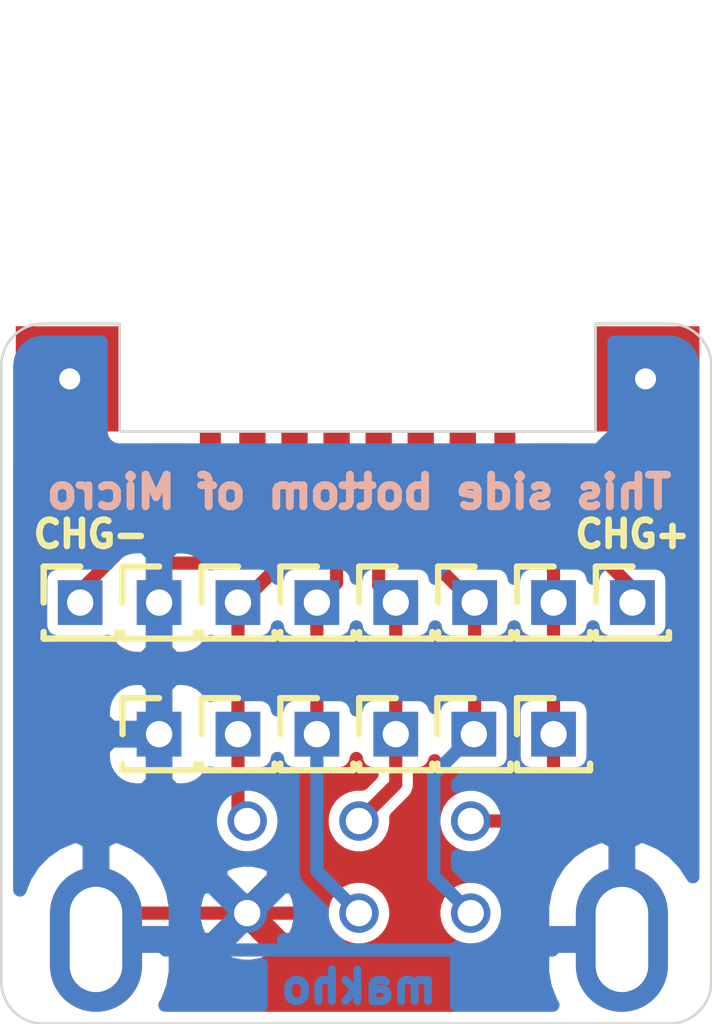
<source format=kicad_pcb>
(kicad_pcb (version 20171130) (host pcbnew "(5.1.5)-2")

  (general
    (thickness 1.6)
    (drawings 16)
    (tracks 74)
    (zones 0)
    (modules 16)
    (nets 9)
  )

  (page A4)
  (layers
    (0 F.Cu signal)
    (31 B.Cu signal)
    (32 B.Adhes user)
    (33 F.Adhes user)
    (34 B.Paste user)
    (35 F.Paste user)
    (36 B.SilkS user)
    (37 F.SilkS user)
    (38 B.Mask user)
    (39 F.Mask user)
    (40 Dwgs.User user)
    (41 Cmts.User user)
    (42 Eco1.User user)
    (43 Eco2.User user)
    (44 Edge.Cuts user)
    (45 Margin user)
    (46 B.CrtYd user)
    (47 F.CrtYd user)
    (48 B.Fab user)
    (49 F.Fab user)
  )

  (setup
    (last_trace_width 0.25)
    (trace_clearance 0.2)
    (zone_clearance 0.2)
    (zone_45_only no)
    (trace_min 0.2)
    (via_size 0.8)
    (via_drill 0.4)
    (via_min_size 0.4)
    (via_min_drill 0.3)
    (uvia_size 0.3)
    (uvia_drill 0.1)
    (uvias_allowed no)
    (uvia_min_size 0.2)
    (uvia_min_drill 0.1)
    (edge_width 0.05)
    (segment_width 0.2)
    (pcb_text_width 0.3)
    (pcb_text_size 1.5 1.5)
    (mod_edge_width 0.12)
    (mod_text_size 1 1)
    (mod_text_width 0.15)
    (pad_size 1.524 1.524)
    (pad_drill 0.762)
    (pad_to_mask_clearance 0.051)
    (solder_mask_min_width 0.25)
    (aux_axis_origin 0 0)
    (visible_elements 7FFFFFFF)
    (pcbplotparams
      (layerselection 0x010fc_ffffffff)
      (usegerberextensions true)
      (usegerberattributes false)
      (usegerberadvancedattributes false)
      (creategerberjobfile false)
      (excludeedgelayer true)
      (linewidth 0.100000)
      (plotframeref false)
      (viasonmask false)
      (mode 1)
      (useauxorigin false)
      (hpglpennumber 1)
      (hpglpenspeed 20)
      (hpglpendiameter 15.000000)
      (psnegative false)
      (psa4output false)
      (plotreference true)
      (plotvalue true)
      (plotinvisibletext false)
      (padsonsilk false)
      (subtractmaskfromsilk false)
      (outputformat 1)
      (mirror false)
      (drillshape 0)
      (scaleselection 1)
      (outputdirectory "gerbers/solid/"))
  )

  (net 0 "")
  (net 1 "Net-(EXP1-Pad8)")
  (net 2 "Net-(EXP1-Pad6)")
  (net 3 "Net-(EXP1-Pad5)")
  (net 4 "Net-(EXP1-Pad4)")
  (net 5 "Net-(EXP1-Pad3)")
  (net 6 "Net-(EXP1-Pad2)")
  (net 7 "Net-(EXP1-Pad1)")
  (net 8 "Net-(EXP1-Pad7)")

  (net_class Default "This is the default net class."
    (clearance 0.2)
    (trace_width 0.25)
    (via_dia 0.8)
    (via_drill 0.4)
    (uvia_dia 0.3)
    (uvia_drill 0.1)
    (add_net "Net-(EXP1-Pad1)")
    (add_net "Net-(EXP1-Pad2)")
    (add_net "Net-(EXP1-Pad3)")
    (add_net "Net-(EXP1-Pad4)")
    (add_net "Net-(EXP1-Pad5)")
    (add_net "Net-(EXP1-Pad6)")
    (add_net "Net-(EXP1-Pad7)")
    (add_net "Net-(EXP1-Pad8)")
  )

  (module misc_footprints:OXY_EXP (layer F.Cu) (tedit 5DFE71A6) (tstamp 5DFEB0D9)
    (at 232.275 119.75)
    (path /5DFE724F)
    (fp_text reference EXP1 (at -8.89 -7.62) (layer F.SilkS) hide
      (effects (font (size 1 1) (thickness 0.15)))
    )
    (fp_text value OXY_EXP (at 0 -6.35) (layer F.Fab)
      (effects (font (size 1 1) (thickness 0.15)))
    )
    (pad 6 smd rect (at 5.5 0) (size 2 2) (layers F.Cu F.Paste F.Mask)
      (net 2 "Net-(EXP1-Pad6)"))
    (pad 6 smd rect (at -5.5 0) (size 2 2) (layers F.Cu F.Paste F.Mask)
      (net 2 "Net-(EXP1-Pad6)"))
    (pad 7 smd rect (at 2.8 2) (size 0.4 2) (layers F.Cu F.Paste F.Mask)
      (net 8 "Net-(EXP1-Pad7)"))
    (pad 1 smd rect (at 2 2) (size 0.5 2) (layers F.Cu F.Paste F.Mask)
      (net 7 "Net-(EXP1-Pad1)"))
    (pad 2 smd rect (at 1.2 2) (size 0.5 2) (layers F.Cu F.Paste F.Mask)
      (net 6 "Net-(EXP1-Pad2)"))
    (pad 3 smd rect (at 0.4 2) (size 0.5 2) (layers F.Cu F.Paste F.Mask)
      (net 5 "Net-(EXP1-Pad3)"))
    (pad 4 smd rect (at -0.4 2) (size 0.5 2) (layers F.Cu F.Paste F.Mask)
      (net 4 "Net-(EXP1-Pad4)"))
    (pad 5 smd rect (at -1.2 2) (size 0.5 2) (layers F.Cu F.Paste F.Mask)
      (net 3 "Net-(EXP1-Pad5)"))
    (pad 6 smd rect (at -2 2) (size 0.5 2) (layers F.Cu F.Paste F.Mask)
      (net 2 "Net-(EXP1-Pad6)"))
    (pad 8 smd rect (at -2.8 2) (size 0.4 2) (layers F.Cu F.Paste F.Mask)
      (net 1 "Net-(EXP1-Pad8)"))
  )

  (module misc_footprints:AGB_EXP (layer F.Cu) (tedit 5DFE6AAF) (tstamp 5DFEB0E5)
    (at 232.3 128.15)
    (path /5DFE6ABC)
    (fp_text reference EXP2 (at 0 -2.54) (layer F.SilkS) hide
      (effects (font (size 1 1) (thickness 0.15)))
    )
    (fp_text value AGB_EXP (at 0 -1.27) (layer F.Fab)
      (effects (font (size 1 1) (thickness 0.15)))
    )
    (pad 6 thru_hole oval (at 5 2.25) (size 1.75 2.75) (drill oval 1 2) (layers *.Cu *.Mask)
      (net 2 "Net-(EXP1-Pad6)"))
    (pad 6 thru_hole oval (at -5 2.25) (size 1.75 2.75) (drill oval 1 2) (layers *.Cu *.Mask)
      (net 2 "Net-(EXP1-Pad6)"))
    (pad 2 thru_hole circle (at 2.125 1.75) (size 0.75 0.75) (drill 0.5) (layers *.Cu *.Mask)
      (net 6 "Net-(EXP1-Pad2)"))
    (pad 4 thru_hole circle (at 0 1.75) (size 0.75 0.75) (drill 0.5) (layers *.Cu *.Mask)
      (net 4 "Net-(EXP1-Pad4)"))
    (pad 6 thru_hole circle (at -2.125 1.75) (size 0.75 0.75) (drill 0.5) (layers *.Cu *.Mask)
      (net 2 "Net-(EXP1-Pad6)"))
    (pad 1 thru_hole circle (at 2.125 0) (size 0.75 0.75) (drill 0.5) (layers *.Cu *.Mask)
      (net 7 "Net-(EXP1-Pad1)"))
    (pad 3 thru_hole circle (at 0 0) (size 0.75 0.75) (drill 0.5) (layers *.Cu *.Mask)
      (net 5 "Net-(EXP1-Pad3)"))
    (pad 5 thru_hole circle (at -2.125 0) (size 0.75 0.75) (drill 0.5) (layers *.Cu *.Mask)
      (net 3 "Net-(EXP1-Pad5)"))
  )

  (module Connector_PinHeader_1.00mm:PinHeader_1x01_P1.00mm_Vertical (layer F.Cu) (tedit 59FED738) (tstamp 5DFEB625)
    (at 236 124)
    (descr "Through hole straight pin header, 1x01, 1.00mm pitch, single row")
    (tags "Through hole pin header THT 1x01 1.00mm single row")
    (path /5DFEC28A)
    (fp_text reference J1 (at 0 -1.56) (layer F.SilkS) hide
      (effects (font (size 1 1) (thickness 0.15)))
    )
    (fp_text value Conn_01x01_Male (at 0 1.56) (layer F.Fab) hide
      (effects (font (size 1 1) (thickness 0.15)))
    )
    (fp_line (start -0.3175 -0.5) (end 0.635 -0.5) (layer F.Fab) (width 0.1))
    (fp_line (start 0.635 -0.5) (end 0.635 0.5) (layer F.Fab) (width 0.1))
    (fp_line (start 0.635 0.5) (end -0.635 0.5) (layer F.Fab) (width 0.1))
    (fp_line (start -0.635 0.5) (end -0.635 -0.1825) (layer F.Fab) (width 0.1))
    (fp_line (start -0.635 -0.1825) (end -0.3175 -0.5) (layer F.Fab) (width 0.1))
    (fp_line (start -0.695 0.685) (end 0.695 0.685) (layer F.SilkS) (width 0.12))
    (fp_line (start -0.695 0.685) (end -0.695 0.56) (layer F.SilkS) (width 0.12))
    (fp_line (start 0.695 0.685) (end 0.695 0.56) (layer F.SilkS) (width 0.12))
    (fp_line (start -0.695 0.685) (end -0.608276 0.685) (layer F.SilkS) (width 0.12))
    (fp_line (start 0.608276 0.685) (end 0.695 0.685) (layer F.SilkS) (width 0.12))
    (fp_line (start -0.695 0) (end -0.695 -0.685) (layer F.SilkS) (width 0.12))
    (fp_line (start -0.695 -0.685) (end 0 -0.685) (layer F.SilkS) (width 0.12))
    (fp_line (start -1.15 -1) (end -1.15 1) (layer F.CrtYd) (width 0.05))
    (fp_line (start -1.15 1) (end 1.15 1) (layer F.CrtYd) (width 0.05))
    (fp_line (start 1.15 1) (end 1.15 -1) (layer F.CrtYd) (width 0.05))
    (fp_line (start 1.15 -1) (end -1.15 -1) (layer F.CrtYd) (width 0.05))
    (fp_text user %R (at 0 0 90) (layer F.Fab)
      (effects (font (size 0.76 0.76) (thickness 0.114)))
    )
    (pad 1 thru_hole rect (at 0 0) (size 0.85 0.85) (drill 0.5) (layers *.Cu *.Mask)
      (net 7 "Net-(EXP1-Pad1)"))
    (model ${KISYS3DMOD}/Connector_PinHeader_1.00mm.3dshapes/PinHeader_1x01_P1.00mm_Vertical.wrl
      (at (xyz 0 0 0))
      (scale (xyz 1 1 1))
      (rotate (xyz 0 0 0))
    )
  )

  (module Connector_PinHeader_1.00mm:PinHeader_1x01_P1.00mm_Vertical (layer F.Cu) (tedit 59FED738) (tstamp 5DFEBE58)
    (at 233 124)
    (descr "Through hole straight pin header, 1x01, 1.00mm pitch, single row")
    (tags "Through hole pin header THT 1x01 1.00mm single row")
    (path /5DFECE6A)
    (fp_text reference J2 (at 0 -1.56) (layer F.SilkS) hide
      (effects (font (size 1 1) (thickness 0.15)))
    )
    (fp_text value Conn_01x01_Male (at 0 1.56) (layer F.Fab) hide
      (effects (font (size 1 1) (thickness 0.15)))
    )
    (fp_text user %R (at 0 0 90) (layer F.Fab)
      (effects (font (size 0.76 0.76) (thickness 0.114)))
    )
    (fp_line (start 1.15 -1) (end -1.15 -1) (layer F.CrtYd) (width 0.05))
    (fp_line (start 1.15 1) (end 1.15 -1) (layer F.CrtYd) (width 0.05))
    (fp_line (start -1.15 1) (end 1.15 1) (layer F.CrtYd) (width 0.05))
    (fp_line (start -1.15 -1) (end -1.15 1) (layer F.CrtYd) (width 0.05))
    (fp_line (start -0.695 -0.685) (end 0 -0.685) (layer F.SilkS) (width 0.12))
    (fp_line (start -0.695 0) (end -0.695 -0.685) (layer F.SilkS) (width 0.12))
    (fp_line (start 0.608276 0.685) (end 0.695 0.685) (layer F.SilkS) (width 0.12))
    (fp_line (start -0.695 0.685) (end -0.608276 0.685) (layer F.SilkS) (width 0.12))
    (fp_line (start 0.695 0.685) (end 0.695 0.56) (layer F.SilkS) (width 0.12))
    (fp_line (start -0.695 0.685) (end -0.695 0.56) (layer F.SilkS) (width 0.12))
    (fp_line (start -0.695 0.685) (end 0.695 0.685) (layer F.SilkS) (width 0.12))
    (fp_line (start -0.635 -0.1825) (end -0.3175 -0.5) (layer F.Fab) (width 0.1))
    (fp_line (start -0.635 0.5) (end -0.635 -0.1825) (layer F.Fab) (width 0.1))
    (fp_line (start 0.635 0.5) (end -0.635 0.5) (layer F.Fab) (width 0.1))
    (fp_line (start 0.635 -0.5) (end 0.635 0.5) (layer F.Fab) (width 0.1))
    (fp_line (start -0.3175 -0.5) (end 0.635 -0.5) (layer F.Fab) (width 0.1))
    (pad 1 thru_hole rect (at 0 0) (size 0.85 0.85) (drill 0.5) (layers *.Cu *.Mask)
      (net 5 "Net-(EXP1-Pad3)"))
    (model ${KISYS3DMOD}/Connector_PinHeader_1.00mm.3dshapes/PinHeader_1x01_P1.00mm_Vertical.wrl
      (at (xyz 0 0 0))
      (scale (xyz 1 1 1))
      (rotate (xyz 0 0 0))
    )
  )

  (module Connector_PinHeader_1.00mm:PinHeader_1x01_P1.00mm_Vertical (layer F.Cu) (tedit 59FED738) (tstamp 5DFEB64F)
    (at 230 124)
    (descr "Through hole straight pin header, 1x01, 1.00mm pitch, single row")
    (tags "Through hole pin header THT 1x01 1.00mm single row")
    (path /5DFED216)
    (fp_text reference J3 (at 0 -1.56) (layer F.SilkS) hide
      (effects (font (size 1 1) (thickness 0.15)))
    )
    (fp_text value Conn_01x01_Male (at 0 1.56) (layer F.Fab) hide
      (effects (font (size 1 1) (thickness 0.15)))
    )
    (fp_line (start -0.3175 -0.5) (end 0.635 -0.5) (layer F.Fab) (width 0.1))
    (fp_line (start 0.635 -0.5) (end 0.635 0.5) (layer F.Fab) (width 0.1))
    (fp_line (start 0.635 0.5) (end -0.635 0.5) (layer F.Fab) (width 0.1))
    (fp_line (start -0.635 0.5) (end -0.635 -0.1825) (layer F.Fab) (width 0.1))
    (fp_line (start -0.635 -0.1825) (end -0.3175 -0.5) (layer F.Fab) (width 0.1))
    (fp_line (start -0.695 0.685) (end 0.695 0.685) (layer F.SilkS) (width 0.12))
    (fp_line (start -0.695 0.685) (end -0.695 0.56) (layer F.SilkS) (width 0.12))
    (fp_line (start 0.695 0.685) (end 0.695 0.56) (layer F.SilkS) (width 0.12))
    (fp_line (start -0.695 0.685) (end -0.608276 0.685) (layer F.SilkS) (width 0.12))
    (fp_line (start 0.608276 0.685) (end 0.695 0.685) (layer F.SilkS) (width 0.12))
    (fp_line (start -0.695 0) (end -0.695 -0.685) (layer F.SilkS) (width 0.12))
    (fp_line (start -0.695 -0.685) (end 0 -0.685) (layer F.SilkS) (width 0.12))
    (fp_line (start -1.15 -1) (end -1.15 1) (layer F.CrtYd) (width 0.05))
    (fp_line (start -1.15 1) (end 1.15 1) (layer F.CrtYd) (width 0.05))
    (fp_line (start 1.15 1) (end 1.15 -1) (layer F.CrtYd) (width 0.05))
    (fp_line (start 1.15 -1) (end -1.15 -1) (layer F.CrtYd) (width 0.05))
    (fp_text user %R (at 0 0 90) (layer F.Fab)
      (effects (font (size 0.76 0.76) (thickness 0.114)))
    )
    (pad 1 thru_hole rect (at 0 0) (size 0.85 0.85) (drill 0.5) (layers *.Cu *.Mask)
      (net 3 "Net-(EXP1-Pad5)"))
    (model ${KISYS3DMOD}/Connector_PinHeader_1.00mm.3dshapes/PinHeader_1x01_P1.00mm_Vertical.wrl
      (at (xyz 0 0 0))
      (scale (xyz 1 1 1))
      (rotate (xyz 0 0 0))
    )
  )

  (module Connector_PinHeader_1.00mm:PinHeader_1x01_P1.00mm_Vertical (layer F.Cu) (tedit 59FED738) (tstamp 5DFEB664)
    (at 236 126.5)
    (descr "Through hole straight pin header, 1x01, 1.00mm pitch, single row")
    (tags "Through hole pin header THT 1x01 1.00mm single row")
    (path /5DFF0583)
    (fp_text reference J4 (at 0 -1.56) (layer F.SilkS) hide
      (effects (font (size 1 1) (thickness 0.15)))
    )
    (fp_text value Conn_01x01_Male (at 0 1.56) (layer F.Fab) hide
      (effects (font (size 1 1) (thickness 0.15)))
    )
    (fp_text user %R (at 0 0 90) (layer F.Fab)
      (effects (font (size 0.76 0.76) (thickness 0.114)))
    )
    (fp_line (start 1.15 -1) (end -1.15 -1) (layer F.CrtYd) (width 0.05))
    (fp_line (start 1.15 1) (end 1.15 -1) (layer F.CrtYd) (width 0.05))
    (fp_line (start -1.15 1) (end 1.15 1) (layer F.CrtYd) (width 0.05))
    (fp_line (start -1.15 -1) (end -1.15 1) (layer F.CrtYd) (width 0.05))
    (fp_line (start -0.695 -0.685) (end 0 -0.685) (layer F.SilkS) (width 0.12))
    (fp_line (start -0.695 0) (end -0.695 -0.685) (layer F.SilkS) (width 0.12))
    (fp_line (start 0.608276 0.685) (end 0.695 0.685) (layer F.SilkS) (width 0.12))
    (fp_line (start -0.695 0.685) (end -0.608276 0.685) (layer F.SilkS) (width 0.12))
    (fp_line (start 0.695 0.685) (end 0.695 0.56) (layer F.SilkS) (width 0.12))
    (fp_line (start -0.695 0.685) (end -0.695 0.56) (layer F.SilkS) (width 0.12))
    (fp_line (start -0.695 0.685) (end 0.695 0.685) (layer F.SilkS) (width 0.12))
    (fp_line (start -0.635 -0.1825) (end -0.3175 -0.5) (layer F.Fab) (width 0.1))
    (fp_line (start -0.635 0.5) (end -0.635 -0.1825) (layer F.Fab) (width 0.1))
    (fp_line (start 0.635 0.5) (end -0.635 0.5) (layer F.Fab) (width 0.1))
    (fp_line (start 0.635 -0.5) (end 0.635 0.5) (layer F.Fab) (width 0.1))
    (fp_line (start -0.3175 -0.5) (end 0.635 -0.5) (layer F.Fab) (width 0.1))
    (pad 1 thru_hole rect (at 0 0) (size 0.85 0.85) (drill 0.5) (layers *.Cu *.Mask)
      (net 7 "Net-(EXP1-Pad1)"))
    (model ${KISYS3DMOD}/Connector_PinHeader_1.00mm.3dshapes/PinHeader_1x01_P1.00mm_Vertical.wrl
      (at (xyz 0 0 0))
      (scale (xyz 1 1 1))
      (rotate (xyz 0 0 0))
    )
  )

  (module Connector_PinHeader_1.00mm:PinHeader_1x01_P1.00mm_Vertical (layer F.Cu) (tedit 59FED738) (tstamp 5DFEB983)
    (at 234.5 124)
    (descr "Through hole straight pin header, 1x01, 1.00mm pitch, single row")
    (tags "Through hole pin header THT 1x01 1.00mm single row")
    (path /5DFF0402)
    (fp_text reference J5 (at 0 -1.56) (layer F.SilkS) hide
      (effects (font (size 1 1) (thickness 0.15)))
    )
    (fp_text value Conn_01x01_Male (at 0 1.56) (layer F.Fab) hide
      (effects (font (size 1 1) (thickness 0.15)))
    )
    (fp_line (start -0.3175 -0.5) (end 0.635 -0.5) (layer F.Fab) (width 0.1))
    (fp_line (start 0.635 -0.5) (end 0.635 0.5) (layer F.Fab) (width 0.1))
    (fp_line (start 0.635 0.5) (end -0.635 0.5) (layer F.Fab) (width 0.1))
    (fp_line (start -0.635 0.5) (end -0.635 -0.1825) (layer F.Fab) (width 0.1))
    (fp_line (start -0.635 -0.1825) (end -0.3175 -0.5) (layer F.Fab) (width 0.1))
    (fp_line (start -0.695 0.685) (end 0.695 0.685) (layer F.SilkS) (width 0.12))
    (fp_line (start -0.695 0.685) (end -0.695 0.56) (layer F.SilkS) (width 0.12))
    (fp_line (start 0.695 0.685) (end 0.695 0.56) (layer F.SilkS) (width 0.12))
    (fp_line (start -0.695 0.685) (end -0.608276 0.685) (layer F.SilkS) (width 0.12))
    (fp_line (start 0.608276 0.685) (end 0.695 0.685) (layer F.SilkS) (width 0.12))
    (fp_line (start -0.695 0) (end -0.695 -0.685) (layer F.SilkS) (width 0.12))
    (fp_line (start -0.695 -0.685) (end 0 -0.685) (layer F.SilkS) (width 0.12))
    (fp_line (start -1.15 -1) (end -1.15 1) (layer F.CrtYd) (width 0.05))
    (fp_line (start -1.15 1) (end 1.15 1) (layer F.CrtYd) (width 0.05))
    (fp_line (start 1.15 1) (end 1.15 -1) (layer F.CrtYd) (width 0.05))
    (fp_line (start 1.15 -1) (end -1.15 -1) (layer F.CrtYd) (width 0.05))
    (fp_text user %R (at 0 0 90) (layer F.Fab)
      (effects (font (size 0.76 0.76) (thickness 0.114)))
    )
    (pad 1 thru_hole rect (at 0 0) (size 0.85 0.85) (drill 0.5) (layers *.Cu *.Mask)
      (net 6 "Net-(EXP1-Pad2)"))
    (model ${KISYS3DMOD}/Connector_PinHeader_1.00mm.3dshapes/PinHeader_1x01_P1.00mm_Vertical.wrl
      (at (xyz 0 0 0))
      (scale (xyz 1 1 1))
      (rotate (xyz 0 0 0))
    )
  )

  (module Connector_PinHeader_1.00mm:PinHeader_1x01_P1.00mm_Vertical (layer F.Cu) (tedit 59FED738) (tstamp 5DFEB68E)
    (at 233 126.5)
    (descr "Through hole straight pin header, 1x01, 1.00mm pitch, single row")
    (tags "Through hole pin header THT 1x01 1.00mm single row")
    (path /5DFF01BF)
    (fp_text reference J6 (at 0 -1.56) (layer F.SilkS) hide
      (effects (font (size 1 1) (thickness 0.15)))
    )
    (fp_text value Conn_01x01_Male (at 0 1.56) (layer F.Fab) hide
      (effects (font (size 1 1) (thickness 0.15)))
    )
    (fp_text user %R (at 0 0 90) (layer F.Fab)
      (effects (font (size 0.76 0.76) (thickness 0.114)))
    )
    (fp_line (start 1.15 -1) (end -1.15 -1) (layer F.CrtYd) (width 0.05))
    (fp_line (start 1.15 1) (end 1.15 -1) (layer F.CrtYd) (width 0.05))
    (fp_line (start -1.15 1) (end 1.15 1) (layer F.CrtYd) (width 0.05))
    (fp_line (start -1.15 -1) (end -1.15 1) (layer F.CrtYd) (width 0.05))
    (fp_line (start -0.695 -0.685) (end 0 -0.685) (layer F.SilkS) (width 0.12))
    (fp_line (start -0.695 0) (end -0.695 -0.685) (layer F.SilkS) (width 0.12))
    (fp_line (start 0.608276 0.685) (end 0.695 0.685) (layer F.SilkS) (width 0.12))
    (fp_line (start -0.695 0.685) (end -0.608276 0.685) (layer F.SilkS) (width 0.12))
    (fp_line (start 0.695 0.685) (end 0.695 0.56) (layer F.SilkS) (width 0.12))
    (fp_line (start -0.695 0.685) (end -0.695 0.56) (layer F.SilkS) (width 0.12))
    (fp_line (start -0.695 0.685) (end 0.695 0.685) (layer F.SilkS) (width 0.12))
    (fp_line (start -0.635 -0.1825) (end -0.3175 -0.5) (layer F.Fab) (width 0.1))
    (fp_line (start -0.635 0.5) (end -0.635 -0.1825) (layer F.Fab) (width 0.1))
    (fp_line (start 0.635 0.5) (end -0.635 0.5) (layer F.Fab) (width 0.1))
    (fp_line (start 0.635 -0.5) (end 0.635 0.5) (layer F.Fab) (width 0.1))
    (fp_line (start -0.3175 -0.5) (end 0.635 -0.5) (layer F.Fab) (width 0.1))
    (pad 1 thru_hole rect (at 0 0) (size 0.85 0.85) (drill 0.5) (layers *.Cu *.Mask)
      (net 5 "Net-(EXP1-Pad3)"))
    (model ${KISYS3DMOD}/Connector_PinHeader_1.00mm.3dshapes/PinHeader_1x01_P1.00mm_Vertical.wrl
      (at (xyz 0 0 0))
      (scale (xyz 1 1 1))
      (rotate (xyz 0 0 0))
    )
  )

  (module Connector_PinHeader_1.00mm:PinHeader_1x01_P1.00mm_Vertical (layer F.Cu) (tedit 59FED738) (tstamp 5DFEB6A3)
    (at 237.5 124)
    (descr "Through hole straight pin header, 1x01, 1.00mm pitch, single row")
    (tags "Through hole pin header THT 1x01 1.00mm single row")
    (path /5DFF0700)
    (fp_text reference J7 (at 0 -1.56) (layer F.SilkS) hide
      (effects (font (size 1 1) (thickness 0.15)))
    )
    (fp_text value Conn_01x01_Male (at 0 1.56) (layer F.Fab) hide
      (effects (font (size 1 1) (thickness 0.15)))
    )
    (fp_line (start -0.3175 -0.5) (end 0.635 -0.5) (layer F.Fab) (width 0.1))
    (fp_line (start 0.635 -0.5) (end 0.635 0.5) (layer F.Fab) (width 0.1))
    (fp_line (start 0.635 0.5) (end -0.635 0.5) (layer F.Fab) (width 0.1))
    (fp_line (start -0.635 0.5) (end -0.635 -0.1825) (layer F.Fab) (width 0.1))
    (fp_line (start -0.635 -0.1825) (end -0.3175 -0.5) (layer F.Fab) (width 0.1))
    (fp_line (start -0.695 0.685) (end 0.695 0.685) (layer F.SilkS) (width 0.12))
    (fp_line (start -0.695 0.685) (end -0.695 0.56) (layer F.SilkS) (width 0.12))
    (fp_line (start 0.695 0.685) (end 0.695 0.56) (layer F.SilkS) (width 0.12))
    (fp_line (start -0.695 0.685) (end -0.608276 0.685) (layer F.SilkS) (width 0.12))
    (fp_line (start 0.608276 0.685) (end 0.695 0.685) (layer F.SilkS) (width 0.12))
    (fp_line (start -0.695 0) (end -0.695 -0.685) (layer F.SilkS) (width 0.12))
    (fp_line (start -0.695 -0.685) (end 0 -0.685) (layer F.SilkS) (width 0.12))
    (fp_line (start -1.15 -1) (end -1.15 1) (layer F.CrtYd) (width 0.05))
    (fp_line (start -1.15 1) (end 1.15 1) (layer F.CrtYd) (width 0.05))
    (fp_line (start 1.15 1) (end 1.15 -1) (layer F.CrtYd) (width 0.05))
    (fp_line (start 1.15 -1) (end -1.15 -1) (layer F.CrtYd) (width 0.05))
    (fp_text user %R (at 0 0 90) (layer F.Fab)
      (effects (font (size 0.76 0.76) (thickness 0.114)))
    )
    (pad 1 thru_hole rect (at 0 0) (size 0.85 0.85) (drill 0.5) (layers *.Cu *.Mask)
      (net 8 "Net-(EXP1-Pad7)"))
    (model ${KISYS3DMOD}/Connector_PinHeader_1.00mm.3dshapes/PinHeader_1x01_P1.00mm_Vertical.wrl
      (at (xyz 0 0 0))
      (scale (xyz 1 1 1))
      (rotate (xyz 0 0 0))
    )
  )

  (module Connector_PinHeader_1.00mm:PinHeader_1x01_P1.00mm_Vertical (layer F.Cu) (tedit 59FED738) (tstamp 5DFEB6B8)
    (at 231.5 124)
    (descr "Through hole straight pin header, 1x01, 1.00mm pitch, single row")
    (tags "Through hole pin header THT 1x01 1.00mm single row")
    (path /5DFF000F)
    (fp_text reference J8 (at 0 -1.56) (layer F.SilkS) hide
      (effects (font (size 1 1) (thickness 0.15)))
    )
    (fp_text value Conn_01x01_Male (at 0 1.56) (layer F.Fab) hide
      (effects (font (size 1 1) (thickness 0.15)))
    )
    (fp_line (start -0.3175 -0.5) (end 0.635 -0.5) (layer F.Fab) (width 0.1))
    (fp_line (start 0.635 -0.5) (end 0.635 0.5) (layer F.Fab) (width 0.1))
    (fp_line (start 0.635 0.5) (end -0.635 0.5) (layer F.Fab) (width 0.1))
    (fp_line (start -0.635 0.5) (end -0.635 -0.1825) (layer F.Fab) (width 0.1))
    (fp_line (start -0.635 -0.1825) (end -0.3175 -0.5) (layer F.Fab) (width 0.1))
    (fp_line (start -0.695 0.685) (end 0.695 0.685) (layer F.SilkS) (width 0.12))
    (fp_line (start -0.695 0.685) (end -0.695 0.56) (layer F.SilkS) (width 0.12))
    (fp_line (start 0.695 0.685) (end 0.695 0.56) (layer F.SilkS) (width 0.12))
    (fp_line (start -0.695 0.685) (end -0.608276 0.685) (layer F.SilkS) (width 0.12))
    (fp_line (start 0.608276 0.685) (end 0.695 0.685) (layer F.SilkS) (width 0.12))
    (fp_line (start -0.695 0) (end -0.695 -0.685) (layer F.SilkS) (width 0.12))
    (fp_line (start -0.695 -0.685) (end 0 -0.685) (layer F.SilkS) (width 0.12))
    (fp_line (start -1.15 -1) (end -1.15 1) (layer F.CrtYd) (width 0.05))
    (fp_line (start -1.15 1) (end 1.15 1) (layer F.CrtYd) (width 0.05))
    (fp_line (start 1.15 1) (end 1.15 -1) (layer F.CrtYd) (width 0.05))
    (fp_line (start 1.15 -1) (end -1.15 -1) (layer F.CrtYd) (width 0.05))
    (fp_text user %R (at 0 0 90) (layer F.Fab)
      (effects (font (size 0.76 0.76) (thickness 0.114)))
    )
    (pad 1 thru_hole rect (at 0 0) (size 0.85 0.85) (drill 0.5) (layers *.Cu *.Mask)
      (net 4 "Net-(EXP1-Pad4)"))
    (model ${KISYS3DMOD}/Connector_PinHeader_1.00mm.3dshapes/PinHeader_1x01_P1.00mm_Vertical.wrl
      (at (xyz 0 0 0))
      (scale (xyz 1 1 1))
      (rotate (xyz 0 0 0))
    )
  )

  (module Connector_PinHeader_1.00mm:PinHeader_1x01_P1.00mm_Vertical (layer F.Cu) (tedit 59FED738) (tstamp 5DFEB6CD)
    (at 227 124)
    (descr "Through hole straight pin header, 1x01, 1.00mm pitch, single row")
    (tags "Through hole pin header THT 1x01 1.00mm single row")
    (path /5DFF1196)
    (fp_text reference J9 (at 0 -1.56) (layer F.SilkS) hide
      (effects (font (size 1 1) (thickness 0.15)))
    )
    (fp_text value Conn_01x01_Male (at 0 1.56) (layer F.Fab) hide
      (effects (font (size 1 1) (thickness 0.15)))
    )
    (fp_text user %R (at 0 0 90) (layer F.Fab)
      (effects (font (size 0.76 0.76) (thickness 0.114)))
    )
    (fp_line (start 1.15 -1) (end -1.15 -1) (layer F.CrtYd) (width 0.05))
    (fp_line (start 1.15 1) (end 1.15 -1) (layer F.CrtYd) (width 0.05))
    (fp_line (start -1.15 1) (end 1.15 1) (layer F.CrtYd) (width 0.05))
    (fp_line (start -1.15 -1) (end -1.15 1) (layer F.CrtYd) (width 0.05))
    (fp_line (start -0.695 -0.685) (end 0 -0.685) (layer F.SilkS) (width 0.12))
    (fp_line (start -0.695 0) (end -0.695 -0.685) (layer F.SilkS) (width 0.12))
    (fp_line (start 0.608276 0.685) (end 0.695 0.685) (layer F.SilkS) (width 0.12))
    (fp_line (start -0.695 0.685) (end -0.608276 0.685) (layer F.SilkS) (width 0.12))
    (fp_line (start 0.695 0.685) (end 0.695 0.56) (layer F.SilkS) (width 0.12))
    (fp_line (start -0.695 0.685) (end -0.695 0.56) (layer F.SilkS) (width 0.12))
    (fp_line (start -0.695 0.685) (end 0.695 0.685) (layer F.SilkS) (width 0.12))
    (fp_line (start -0.635 -0.1825) (end -0.3175 -0.5) (layer F.Fab) (width 0.1))
    (fp_line (start -0.635 0.5) (end -0.635 -0.1825) (layer F.Fab) (width 0.1))
    (fp_line (start 0.635 0.5) (end -0.635 0.5) (layer F.Fab) (width 0.1))
    (fp_line (start 0.635 -0.5) (end 0.635 0.5) (layer F.Fab) (width 0.1))
    (fp_line (start -0.3175 -0.5) (end 0.635 -0.5) (layer F.Fab) (width 0.1))
    (pad 1 thru_hole rect (at 0 0) (size 0.85 0.85) (drill 0.5) (layers *.Cu *.Mask)
      (net 1 "Net-(EXP1-Pad8)"))
    (model ${KISYS3DMOD}/Connector_PinHeader_1.00mm.3dshapes/PinHeader_1x01_P1.00mm_Vertical.wrl
      (at (xyz 0 0 0))
      (scale (xyz 1 1 1))
      (rotate (xyz 0 0 0))
    )
  )

  (module Connector_PinHeader_1.00mm:PinHeader_1x01_P1.00mm_Vertical (layer F.Cu) (tedit 59FED738) (tstamp 5DFEB6E2)
    (at 230 126.5)
    (descr "Through hole straight pin header, 1x01, 1.00mm pitch, single row")
    (tags "Through hole pin header THT 1x01 1.00mm single row")
    (path /5DFEFE66)
    (fp_text reference J10 (at 0 -1.56) (layer F.SilkS) hide
      (effects (font (size 1 1) (thickness 0.15)))
    )
    (fp_text value Conn_01x01_Male (at 0 1.56) (layer F.Fab) hide
      (effects (font (size 1 1) (thickness 0.15)))
    )
    (fp_text user %R (at 0 0 90) (layer F.Fab)
      (effects (font (size 0.76 0.76) (thickness 0.114)))
    )
    (fp_line (start 1.15 -1) (end -1.15 -1) (layer F.CrtYd) (width 0.05))
    (fp_line (start 1.15 1) (end 1.15 -1) (layer F.CrtYd) (width 0.05))
    (fp_line (start -1.15 1) (end 1.15 1) (layer F.CrtYd) (width 0.05))
    (fp_line (start -1.15 -1) (end -1.15 1) (layer F.CrtYd) (width 0.05))
    (fp_line (start -0.695 -0.685) (end 0 -0.685) (layer F.SilkS) (width 0.12))
    (fp_line (start -0.695 0) (end -0.695 -0.685) (layer F.SilkS) (width 0.12))
    (fp_line (start 0.608276 0.685) (end 0.695 0.685) (layer F.SilkS) (width 0.12))
    (fp_line (start -0.695 0.685) (end -0.608276 0.685) (layer F.SilkS) (width 0.12))
    (fp_line (start 0.695 0.685) (end 0.695 0.56) (layer F.SilkS) (width 0.12))
    (fp_line (start -0.695 0.685) (end -0.695 0.56) (layer F.SilkS) (width 0.12))
    (fp_line (start -0.695 0.685) (end 0.695 0.685) (layer F.SilkS) (width 0.12))
    (fp_line (start -0.635 -0.1825) (end -0.3175 -0.5) (layer F.Fab) (width 0.1))
    (fp_line (start -0.635 0.5) (end -0.635 -0.1825) (layer F.Fab) (width 0.1))
    (fp_line (start 0.635 0.5) (end -0.635 0.5) (layer F.Fab) (width 0.1))
    (fp_line (start 0.635 -0.5) (end 0.635 0.5) (layer F.Fab) (width 0.1))
    (fp_line (start -0.3175 -0.5) (end 0.635 -0.5) (layer F.Fab) (width 0.1))
    (pad 1 thru_hole rect (at 0 0) (size 0.85 0.85) (drill 0.5) (layers *.Cu *.Mask)
      (net 3 "Net-(EXP1-Pad5)"))
    (model ${KISYS3DMOD}/Connector_PinHeader_1.00mm.3dshapes/PinHeader_1x01_P1.00mm_Vertical.wrl
      (at (xyz 0 0 0))
      (scale (xyz 1 1 1))
      (rotate (xyz 0 0 0))
    )
  )

  (module Connector_PinHeader_1.00mm:PinHeader_1x01_P1.00mm_Vertical (layer F.Cu) (tedit 59FED738) (tstamp 5DFEB6F7)
    (at 228.5 124)
    (descr "Through hole straight pin header, 1x01, 1.00mm pitch, single row")
    (tags "Through hole pin header THT 1x01 1.00mm single row")
    (path /5DFEF382)
    (fp_text reference J11 (at 0 -1.56) (layer F.SilkS) hide
      (effects (font (size 1 1) (thickness 0.15)))
    )
    (fp_text value Conn_01x01_Male (at 0 1.56) (layer F.Fab) hide
      (effects (font (size 1 1) (thickness 0.15)))
    )
    (fp_line (start -0.3175 -0.5) (end 0.635 -0.5) (layer F.Fab) (width 0.1))
    (fp_line (start 0.635 -0.5) (end 0.635 0.5) (layer F.Fab) (width 0.1))
    (fp_line (start 0.635 0.5) (end -0.635 0.5) (layer F.Fab) (width 0.1))
    (fp_line (start -0.635 0.5) (end -0.635 -0.1825) (layer F.Fab) (width 0.1))
    (fp_line (start -0.635 -0.1825) (end -0.3175 -0.5) (layer F.Fab) (width 0.1))
    (fp_line (start -0.695 0.685) (end 0.695 0.685) (layer F.SilkS) (width 0.12))
    (fp_line (start -0.695 0.685) (end -0.695 0.56) (layer F.SilkS) (width 0.12))
    (fp_line (start 0.695 0.685) (end 0.695 0.56) (layer F.SilkS) (width 0.12))
    (fp_line (start -0.695 0.685) (end -0.608276 0.685) (layer F.SilkS) (width 0.12))
    (fp_line (start 0.608276 0.685) (end 0.695 0.685) (layer F.SilkS) (width 0.12))
    (fp_line (start -0.695 0) (end -0.695 -0.685) (layer F.SilkS) (width 0.12))
    (fp_line (start -0.695 -0.685) (end 0 -0.685) (layer F.SilkS) (width 0.12))
    (fp_line (start -1.15 -1) (end -1.15 1) (layer F.CrtYd) (width 0.05))
    (fp_line (start -1.15 1) (end 1.15 1) (layer F.CrtYd) (width 0.05))
    (fp_line (start 1.15 1) (end 1.15 -1) (layer F.CrtYd) (width 0.05))
    (fp_line (start 1.15 -1) (end -1.15 -1) (layer F.CrtYd) (width 0.05))
    (fp_text user %R (at 0 0 90) (layer F.Fab)
      (effects (font (size 0.76 0.76) (thickness 0.114)))
    )
    (pad 1 thru_hole rect (at 0 0) (size 0.85 0.85) (drill 0.5) (layers *.Cu *.Mask)
      (net 2 "Net-(EXP1-Pad6)"))
    (model ${KISYS3DMOD}/Connector_PinHeader_1.00mm.3dshapes/PinHeader_1x01_P1.00mm_Vertical.wrl
      (at (xyz 0 0 0))
      (scale (xyz 1 1 1))
      (rotate (xyz 0 0 0))
    )
  )

  (module Connector_PinHeader_1.00mm:PinHeader_1x01_P1.00mm_Vertical (layer F.Cu) (tedit 59FED738) (tstamp 5DFEC299)
    (at 234.485001 126.5)
    (descr "Through hole straight pin header, 1x01, 1.00mm pitch, single row")
    (tags "Through hole pin header THT 1x01 1.00mm single row")
    (path /5DFED3C1)
    (fp_text reference J12 (at 0 -1.56) (layer F.SilkS) hide
      (effects (font (size 1 1) (thickness 0.15)))
    )
    (fp_text value Conn_01x01_Male (at 0 1.56) (layer F.Fab) hide
      (effects (font (size 1 1) (thickness 0.15)))
    )
    (fp_text user %R (at 0 0 90) (layer F.Fab)
      (effects (font (size 0.76 0.76) (thickness 0.114)))
    )
    (fp_line (start 1.15 -1) (end -1.15 -1) (layer F.CrtYd) (width 0.05))
    (fp_line (start 1.15 1) (end 1.15 -1) (layer F.CrtYd) (width 0.05))
    (fp_line (start -1.15 1) (end 1.15 1) (layer F.CrtYd) (width 0.05))
    (fp_line (start -1.15 -1) (end -1.15 1) (layer F.CrtYd) (width 0.05))
    (fp_line (start -0.695 -0.685) (end 0 -0.685) (layer F.SilkS) (width 0.12))
    (fp_line (start -0.695 0) (end -0.695 -0.685) (layer F.SilkS) (width 0.12))
    (fp_line (start 0.608276 0.685) (end 0.695 0.685) (layer F.SilkS) (width 0.12))
    (fp_line (start -0.695 0.685) (end -0.608276 0.685) (layer F.SilkS) (width 0.12))
    (fp_line (start 0.695 0.685) (end 0.695 0.56) (layer F.SilkS) (width 0.12))
    (fp_line (start -0.695 0.685) (end -0.695 0.56) (layer F.SilkS) (width 0.12))
    (fp_line (start -0.695 0.685) (end 0.695 0.685) (layer F.SilkS) (width 0.12))
    (fp_line (start -0.635 -0.1825) (end -0.3175 -0.5) (layer F.Fab) (width 0.1))
    (fp_line (start -0.635 0.5) (end -0.635 -0.1825) (layer F.Fab) (width 0.1))
    (fp_line (start 0.635 0.5) (end -0.635 0.5) (layer F.Fab) (width 0.1))
    (fp_line (start 0.635 -0.5) (end 0.635 0.5) (layer F.Fab) (width 0.1))
    (fp_line (start -0.3175 -0.5) (end 0.635 -0.5) (layer F.Fab) (width 0.1))
    (pad 1 thru_hole rect (at 0 0) (size 0.85 0.85) (drill 0.5) (layers *.Cu *.Mask)
      (net 6 "Net-(EXP1-Pad2)"))
    (model ${KISYS3DMOD}/Connector_PinHeader_1.00mm.3dshapes/PinHeader_1x01_P1.00mm_Vertical.wrl
      (at (xyz 0 0 0))
      (scale (xyz 1 1 1))
      (rotate (xyz 0 0 0))
    )
  )

  (module Connector_PinHeader_1.00mm:PinHeader_1x01_P1.00mm_Vertical (layer F.Cu) (tedit 59FED738) (tstamp 5DFEB721)
    (at 231.5 126.5)
    (descr "Through hole straight pin header, 1x01, 1.00mm pitch, single row")
    (tags "Through hole pin header THT 1x01 1.00mm single row")
    (path /5DFEF012)
    (fp_text reference J13 (at 0 -1.56) (layer F.SilkS) hide
      (effects (font (size 1 1) (thickness 0.15)))
    )
    (fp_text value Conn_01x01_Male (at 0 1.56) (layer F.Fab) hide
      (effects (font (size 1 1) (thickness 0.15)))
    )
    (fp_line (start -0.3175 -0.5) (end 0.635 -0.5) (layer F.Fab) (width 0.1))
    (fp_line (start 0.635 -0.5) (end 0.635 0.5) (layer F.Fab) (width 0.1))
    (fp_line (start 0.635 0.5) (end -0.635 0.5) (layer F.Fab) (width 0.1))
    (fp_line (start -0.635 0.5) (end -0.635 -0.1825) (layer F.Fab) (width 0.1))
    (fp_line (start -0.635 -0.1825) (end -0.3175 -0.5) (layer F.Fab) (width 0.1))
    (fp_line (start -0.695 0.685) (end 0.695 0.685) (layer F.SilkS) (width 0.12))
    (fp_line (start -0.695 0.685) (end -0.695 0.56) (layer F.SilkS) (width 0.12))
    (fp_line (start 0.695 0.685) (end 0.695 0.56) (layer F.SilkS) (width 0.12))
    (fp_line (start -0.695 0.685) (end -0.608276 0.685) (layer F.SilkS) (width 0.12))
    (fp_line (start 0.608276 0.685) (end 0.695 0.685) (layer F.SilkS) (width 0.12))
    (fp_line (start -0.695 0) (end -0.695 -0.685) (layer F.SilkS) (width 0.12))
    (fp_line (start -0.695 -0.685) (end 0 -0.685) (layer F.SilkS) (width 0.12))
    (fp_line (start -1.15 -1) (end -1.15 1) (layer F.CrtYd) (width 0.05))
    (fp_line (start -1.15 1) (end 1.15 1) (layer F.CrtYd) (width 0.05))
    (fp_line (start 1.15 1) (end 1.15 -1) (layer F.CrtYd) (width 0.05))
    (fp_line (start 1.15 -1) (end -1.15 -1) (layer F.CrtYd) (width 0.05))
    (fp_text user %R (at 0 0 90) (layer F.Fab)
      (effects (font (size 0.76 0.76) (thickness 0.114)))
    )
    (pad 1 thru_hole rect (at 0 0) (size 0.85 0.85) (drill 0.5) (layers *.Cu *.Mask)
      (net 4 "Net-(EXP1-Pad4)"))
    (model ${KISYS3DMOD}/Connector_PinHeader_1.00mm.3dshapes/PinHeader_1x01_P1.00mm_Vertical.wrl
      (at (xyz 0 0 0))
      (scale (xyz 1 1 1))
      (rotate (xyz 0 0 0))
    )
  )

  (module Connector_PinHeader_1.00mm:PinHeader_1x01_P1.00mm_Vertical (layer F.Cu) (tedit 59FED738) (tstamp 5DFEB736)
    (at 228.5 126.5)
    (descr "Through hole straight pin header, 1x01, 1.00mm pitch, single row")
    (tags "Through hole pin header THT 1x01 1.00mm single row")
    (path /5DFEF23F)
    (fp_text reference J14 (at 0 -1.56) (layer F.SilkS) hide
      (effects (font (size 1 1) (thickness 0.15)))
    )
    (fp_text value Conn_01x01_Male (at 0 1.56) (layer F.Fab) hide
      (effects (font (size 1 1) (thickness 0.15)))
    )
    (fp_text user %R (at 0 0 90) (layer F.Fab)
      (effects (font (size 0.76 0.76) (thickness 0.114)))
    )
    (fp_line (start 1.15 -1) (end -1.15 -1) (layer F.CrtYd) (width 0.05))
    (fp_line (start 1.15 1) (end 1.15 -1) (layer F.CrtYd) (width 0.05))
    (fp_line (start -1.15 1) (end 1.15 1) (layer F.CrtYd) (width 0.05))
    (fp_line (start -1.15 -1) (end -1.15 1) (layer F.CrtYd) (width 0.05))
    (fp_line (start -0.695 -0.685) (end 0 -0.685) (layer F.SilkS) (width 0.12))
    (fp_line (start -0.695 0) (end -0.695 -0.685) (layer F.SilkS) (width 0.12))
    (fp_line (start 0.608276 0.685) (end 0.695 0.685) (layer F.SilkS) (width 0.12))
    (fp_line (start -0.695 0.685) (end -0.608276 0.685) (layer F.SilkS) (width 0.12))
    (fp_line (start 0.695 0.685) (end 0.695 0.56) (layer F.SilkS) (width 0.12))
    (fp_line (start -0.695 0.685) (end -0.695 0.56) (layer F.SilkS) (width 0.12))
    (fp_line (start -0.695 0.685) (end 0.695 0.685) (layer F.SilkS) (width 0.12))
    (fp_line (start -0.635 -0.1825) (end -0.3175 -0.5) (layer F.Fab) (width 0.1))
    (fp_line (start -0.635 0.5) (end -0.635 -0.1825) (layer F.Fab) (width 0.1))
    (fp_line (start 0.635 0.5) (end -0.635 0.5) (layer F.Fab) (width 0.1))
    (fp_line (start 0.635 -0.5) (end 0.635 0.5) (layer F.Fab) (width 0.1))
    (fp_line (start -0.3175 -0.5) (end 0.635 -0.5) (layer F.Fab) (width 0.1))
    (pad 1 thru_hole rect (at 0 0) (size 0.85 0.85) (drill 0.5) (layers *.Cu *.Mask)
      (net 2 "Net-(EXP1-Pad6)"))
    (model ${KISYS3DMOD}/Connector_PinHeader_1.00mm.3dshapes/PinHeader_1x01_P1.00mm_Vertical.wrl
      (at (xyz 0 0 0))
      (scale (xyz 1 1 1))
      (rotate (xyz 0 0 0))
    )
  )

  (gr_text makho (at 232.3 131.3) (layer B.Cu)
    (effects (font (size 0.6 0.6) (thickness 0.15)) (justify mirror))
  )
  (gr_text "This side bottom of Micro" (at 232.3 121.9) (layer B.SilkS)
    (effects (font (size 0.6 0.6) (thickness 0.15)) (justify mirror))
  )
  (gr_text CHG+ (at 237.5 122.7) (layer F.SilkS) (tstamp 5DFED1DF)
    (effects (font (size 0.5 0.5) (thickness 0.125)))
  )
  (gr_text CHG- (at 227.2 122.7) (layer F.SilkS)
    (effects (font (size 0.5 0.5) (thickness 0.125)))
  )
  (gr_arc (start 238.2 119.5) (end 239 119.5) (angle -90) (layer Edge.Cuts) (width 0.05) (tstamp 5DFED0EE))
  (gr_arc (start 226.3 119.5) (end 226.3 118.7) (angle -90) (layer Edge.Cuts) (width 0.05) (tstamp 5DFED0EE))
  (gr_arc (start 226.3 131.2) (end 225.5 131.2) (angle -90) (layer Edge.Cuts) (width 0.05) (tstamp 5DFED0EE))
  (gr_arc (start 238.2 131.2) (end 238.2 132) (angle -90) (layer Edge.Cuts) (width 0.05))
  (gr_line (start 238.2 132) (end 226.3 132) (layer Edge.Cuts) (width 0.05) (tstamp 5DFED0DB))
  (gr_line (start 225.5 119.5) (end 225.5 131.2) (layer Edge.Cuts) (width 0.05))
  (gr_line (start 227.75 118.7) (end 226.3 118.7) (layer Edge.Cuts) (width 0.05))
  (gr_line (start 239 119.5) (end 239 131.2) (layer Edge.Cuts) (width 0.05))
  (gr_line (start 236.8 118.7) (end 238.2 118.7) (layer Edge.Cuts) (width 0.05))
  (gr_line (start 227.75 120.75) (end 227.75 118.7) (layer Edge.Cuts) (width 0.05))
  (gr_line (start 236.8 120.75) (end 227.75 120.75) (layer Edge.Cuts) (width 0.05))
  (gr_line (start 236.8 118.7) (end 236.8 120.75) (layer Edge.Cuts) (width 0.05))

  (segment (start 227 123.775) (end 227 124) (width 0.25) (layer F.Cu) (net 1))
  (segment (start 229.025 121.75) (end 227 123.775) (width 0.25) (layer F.Cu) (net 1))
  (segment (start 229.475 121.75) (end 229.025 121.75) (width 0.25) (layer F.Cu) (net 1))
  (via (at 226.8 119.75) (size 0.8) (drill 0.4) (layers F.Cu B.Cu) (net 2))
  (via (at 237.75 119.75) (size 0.8) (drill 0.4) (layers F.Cu B.Cu) (net 2))
  (segment (start 228.5 123.325) (end 228.5 124) (width 0.25) (layer F.Cu) (net 2))
  (segment (start 229.760003 123.249999) (end 228.575001 123.249999) (width 0.25) (layer F.Cu) (net 2))
  (segment (start 230.275 122.735002) (end 229.760003 123.249999) (width 0.25) (layer F.Cu) (net 2))
  (segment (start 228.575001 123.249999) (end 228.5 123.325) (width 0.25) (layer F.Cu) (net 2))
  (segment (start 230.275 121.75) (end 230.275 122.735002) (width 0.25) (layer F.Cu) (net 2))
  (segment (start 228.5 124.675) (end 228.5 126.5) (width 0.25) (layer F.Cu) (net 2))
  (segment (start 228.5 124) (end 228.5 124.675) (width 0.25) (layer F.Cu) (net 2))
  (segment (start 228.5 128.225) (end 230.175 129.9) (width 0.25) (layer B.Cu) (net 2))
  (segment (start 228.5 126.5) (end 228.5 128.225) (width 0.25) (layer B.Cu) (net 2))
  (segment (start 235.974999 130.600001) (end 228.625001 130.600001) (width 0.25) (layer B.Cu) (net 2))
  (segment (start 228.625001 130.600001) (end 228.425 130.4) (width 0.25) (layer B.Cu) (net 2))
  (segment (start 236.175 130.4) (end 235.974999 130.600001) (width 0.25) (layer B.Cu) (net 2))
  (segment (start 228.425 130.4) (end 227.3 130.4) (width 0.25) (layer B.Cu) (net 2))
  (segment (start 237.3 130.4) (end 236.175 130.4) (width 0.25) (layer B.Cu) (net 2))
  (segment (start 227.8 129.9) (end 227.3 130.4) (width 0.25) (layer F.Cu) (net 2))
  (segment (start 230.175 129.9) (end 227.8 129.9) (width 0.25) (layer F.Cu) (net 2))
  (segment (start 235.974999 130.600001) (end 236.175 130.4) (width 0.25) (layer F.Cu) (net 2))
  (segment (start 231.963999 130.600001) (end 235.974999 130.600001) (width 0.25) (layer F.Cu) (net 2))
  (segment (start 231.263998 129.9) (end 231.963999 130.600001) (width 0.25) (layer F.Cu) (net 2))
  (segment (start 236.175 130.4) (end 237.3 130.4) (width 0.25) (layer F.Cu) (net 2))
  (segment (start 230.175 129.9) (end 231.263998 129.9) (width 0.25) (layer F.Cu) (net 2))
  (segment (start 237.350001 120.149999) (end 237.350001 120.599999) (width 0.25) (layer B.Cu) (net 2))
  (segment (start 237.75 119.75) (end 237.350001 120.149999) (width 0.25) (layer B.Cu) (net 2))
  (segment (start 237.350001 120.599999) (end 235.95 122) (width 0.25) (layer B.Cu) (net 2))
  (segment (start 235.95 122) (end 229.05 122) (width 0.25) (layer B.Cu) (net 2))
  (segment (start 228.5 122.55) (end 228.5 124) (width 0.25) (layer B.Cu) (net 2))
  (segment (start 229.05 122) (end 228.5 122.55) (width 0.25) (layer B.Cu) (net 2))
  (segment (start 226.8 120.85) (end 228.5 122.55) (width 0.25) (layer B.Cu) (net 2))
  (segment (start 226.8 119.75) (end 226.8 120.85) (width 0.25) (layer B.Cu) (net 2))
  (segment (start 230.075 124) (end 230 124) (width 0.25) (layer F.Cu) (net 3))
  (segment (start 231.075 123) (end 230.075 124) (width 0.25) (layer F.Cu) (net 3))
  (segment (start 231.075 121.75) (end 231.075 123) (width 0.25) (layer F.Cu) (net 3))
  (segment (start 230 124.675) (end 230 126.5) (width 0.25) (layer F.Cu) (net 3))
  (segment (start 230 124) (end 230 124.675) (width 0.25) (layer F.Cu) (net 3))
  (segment (start 230 127.975) (end 230.175 128.15) (width 0.25) (layer F.Cu) (net 3))
  (segment (start 230 126.5) (end 230 127.975) (width 0.25) (layer F.Cu) (net 3))
  (segment (start 231.875 123.625) (end 231.5 124) (width 0.25) (layer F.Cu) (net 4))
  (segment (start 231.875 121.75) (end 231.875 123.625) (width 0.25) (layer F.Cu) (net 4))
  (segment (start 231.5 124) (end 231.5 126.5) (width 0.25) (layer F.Cu) (net 4))
  (segment (start 231.5 129.1) (end 232.3 129.9) (width 0.25) (layer B.Cu) (net 4))
  (segment (start 231.5 126.5) (end 231.5 129.1) (width 0.25) (layer B.Cu) (net 4))
  (segment (start 232.675 123.675) (end 233 124) (width 0.25) (layer F.Cu) (net 5))
  (segment (start 232.675 121.75) (end 232.675 123.675) (width 0.25) (layer F.Cu) (net 5))
  (segment (start 233 124.675) (end 233 126.5) (width 0.25) (layer F.Cu) (net 5))
  (segment (start 233 124) (end 233 124.675) (width 0.25) (layer F.Cu) (net 5))
  (segment (start 233 127.45) (end 232.3 128.15) (width 0.25) (layer F.Cu) (net 5))
  (segment (start 233 126.5) (end 233 127.45) (width 0.25) (layer F.Cu) (net 5))
  (segment (start 234.475 124) (end 234.5 124) (width 0.25) (layer F.Cu) (net 6))
  (segment (start 233.475 123) (end 234.475 124) (width 0.25) (layer F.Cu) (net 6))
  (segment (start 233.475 121.75) (end 233.475 123) (width 0.25) (layer F.Cu) (net 6))
  (segment (start 234.5 126.485001) (end 234.485001 126.5) (width 0.25) (layer F.Cu) (net 6))
  (segment (start 234.5 124) (end 234.5 126.485001) (width 0.25) (layer F.Cu) (net 6))
  (segment (start 234.050001 129.525001) (end 234.425 129.9) (width 0.25) (layer B.Cu) (net 6))
  (segment (start 233.724999 129.199999) (end 234.050001 129.525001) (width 0.25) (layer B.Cu) (net 6))
  (segment (start 233.724999 127.260002) (end 233.724999 129.199999) (width 0.25) (layer B.Cu) (net 6))
  (segment (start 234.485001 126.5) (end 233.724999 127.260002) (width 0.25) (layer B.Cu) (net 6))
  (segment (start 235.924999 123.249999) (end 236 123.325) (width 0.25) (layer F.Cu) (net 7))
  (segment (start 234.789997 123.249999) (end 235.924999 123.249999) (width 0.25) (layer F.Cu) (net 7))
  (segment (start 234.275 122.735002) (end 234.789997 123.249999) (width 0.25) (layer F.Cu) (net 7))
  (segment (start 236 123.325) (end 236 124) (width 0.25) (layer F.Cu) (net 7))
  (segment (start 234.275 121.75) (end 234.275 122.735002) (width 0.25) (layer F.Cu) (net 7))
  (segment (start 236 124) (end 236 126.5) (width 0.25) (layer F.Cu) (net 7))
  (segment (start 234.95533 128.15) (end 234.425 128.15) (width 0.25) (layer F.Cu) (net 7))
  (segment (start 235.025 128.15) (end 234.95533 128.15) (width 0.25) (layer F.Cu) (net 7))
  (segment (start 236 127.175) (end 235.025 128.15) (width 0.25) (layer F.Cu) (net 7))
  (segment (start 236 126.5) (end 236 127.175) (width 0.25) (layer F.Cu) (net 7))
  (segment (start 237.5 123.725) (end 237.5 124) (width 0.25) (layer F.Cu) (net 8))
  (segment (start 235.525 121.75) (end 237.5 123.725) (width 0.25) (layer F.Cu) (net 8))
  (segment (start 235.075 121.75) (end 235.525 121.75) (width 0.25) (layer F.Cu) (net 8))

  (zone (net 2) (net_name "Net-(EXP1-Pad6)") (layer F.Cu) (tstamp 5DFEDB59) (hatch edge 0.508)
    (connect_pads (clearance 0.2))
    (min_thickness 0.254)
    (fill yes (arc_segments 32) (thermal_gap 0.508) (thermal_bridge_width 0.508))
    (polygon
      (pts
        (xy 239 132) (xy 225.5 132) (xy 225.5 118.7) (xy 239 118.7)
      )
    )
    (filled_polygon
      (pts
        (xy 226.902 119.623) (xy 227.398001 119.623) (xy 227.398 119.877) (xy 226.902 119.877) (xy 226.902 121.22625)
        (xy 227.06075 121.385) (xy 227.775 121.388072) (xy 227.899482 121.375812) (xy 228.01918 121.339502) (xy 228.129494 121.280537)
        (xy 228.226185 121.201185) (xy 228.305537 121.104494) (xy 228.30687 121.102) (xy 228.946418 121.102) (xy 228.946418 121.303553)
        (xy 228.936393 121.30454) (xy 228.85119 121.330386) (xy 228.772667 121.372357) (xy 228.703841 121.428841) (xy 228.689686 121.446089)
        (xy 226.889359 123.246418) (xy 226.575 123.246418) (xy 226.510897 123.252732) (xy 226.449257 123.27143) (xy 226.39245 123.301794)
        (xy 226.342657 123.342657) (xy 226.301794 123.39245) (xy 226.27143 123.449257) (xy 226.252732 123.510897) (xy 226.246418 123.575)
        (xy 226.246418 124.425) (xy 226.252732 124.489103) (xy 226.27143 124.550743) (xy 226.301794 124.60755) (xy 226.342657 124.657343)
        (xy 226.39245 124.698206) (xy 226.449257 124.72857) (xy 226.510897 124.747268) (xy 226.575 124.753582) (xy 227.425 124.753582)
        (xy 227.489103 124.747268) (xy 227.521917 124.737314) (xy 227.544463 124.779494) (xy 227.623815 124.876185) (xy 227.720506 124.955537)
        (xy 227.83082 125.014502) (xy 227.950518 125.050812) (xy 228.075 125.063072) (xy 228.21425 125.06) (xy 228.373 124.90125)
        (xy 228.373 124.127) (xy 228.353 124.127) (xy 228.353 123.873) (xy 228.373 123.873) (xy 228.373 123.09875)
        (xy 228.344237 123.069987) (xy 228.946418 122.467807) (xy 228.946418 122.75) (xy 228.952732 122.814103) (xy 228.97143 122.875743)
        (xy 229.001794 122.93255) (xy 229.012455 122.945541) (xy 228.925 122.936928) (xy 228.78575 122.94) (xy 228.627 123.09875)
        (xy 228.627 123.873) (xy 228.647 123.873) (xy 228.647 124.127) (xy 228.627 124.127) (xy 228.627 124.90125)
        (xy 228.78575 125.06) (xy 228.925 125.063072) (xy 229.049482 125.050812) (xy 229.16918 125.014502) (xy 229.279494 124.955537)
        (xy 229.376185 124.876185) (xy 229.455537 124.779494) (xy 229.478083 124.737314) (xy 229.510897 124.747268) (xy 229.548 124.750923)
        (xy 229.548001 125.749077) (xy 229.510897 125.752732) (xy 229.478083 125.762686) (xy 229.455537 125.720506) (xy 229.376185 125.623815)
        (xy 229.279494 125.544463) (xy 229.16918 125.485498) (xy 229.049482 125.449188) (xy 228.925 125.436928) (xy 228.78575 125.44)
        (xy 228.627 125.59875) (xy 228.627 126.373) (xy 228.647 126.373) (xy 228.647 126.627) (xy 228.627 126.627)
        (xy 228.627 127.40125) (xy 228.78575 127.56) (xy 228.925 127.563072) (xy 229.049482 127.550812) (xy 229.16918 127.514502)
        (xy 229.279494 127.455537) (xy 229.376185 127.376185) (xy 229.455537 127.279494) (xy 229.478083 127.237314) (xy 229.510897 127.247268)
        (xy 229.548001 127.250923) (xy 229.548001 127.829293) (xy 229.499977 127.945234) (xy 229.473 128.080859) (xy 229.473 128.219141)
        (xy 229.499977 128.354766) (xy 229.552895 128.482522) (xy 229.629721 128.597499) (xy 229.727501 128.695279) (xy 229.842478 128.772105)
        (xy 229.970234 128.825023) (xy 230.105859 128.852) (xy 230.244141 128.852) (xy 230.379766 128.825023) (xy 230.507522 128.772105)
        (xy 230.622499 128.695279) (xy 230.720279 128.597499) (xy 230.797105 128.482522) (xy 230.850023 128.354766) (xy 230.877 128.219141)
        (xy 230.877 128.080859) (xy 230.850023 127.945234) (xy 230.797105 127.817478) (xy 230.720279 127.702501) (xy 230.622499 127.604721)
        (xy 230.507522 127.527895) (xy 230.452 127.504897) (xy 230.452 127.250923) (xy 230.489103 127.247268) (xy 230.550743 127.22857)
        (xy 230.60755 127.198206) (xy 230.657343 127.157343) (xy 230.698206 127.10755) (xy 230.72857 127.050743) (xy 230.747268 126.989103)
        (xy 230.75 126.961366) (xy 230.752732 126.989103) (xy 230.77143 127.050743) (xy 230.801794 127.10755) (xy 230.842657 127.157343)
        (xy 230.89245 127.198206) (xy 230.949257 127.22857) (xy 231.010897 127.247268) (xy 231.075 127.253582) (xy 231.925 127.253582)
        (xy 231.989103 127.247268) (xy 232.050743 127.22857) (xy 232.10755 127.198206) (xy 232.157343 127.157343) (xy 232.198206 127.10755)
        (xy 232.22857 127.050743) (xy 232.247268 126.989103) (xy 232.25 126.961366) (xy 232.252732 126.989103) (xy 232.27143 127.050743)
        (xy 232.301794 127.10755) (xy 232.342657 127.157343) (xy 232.39245 127.198206) (xy 232.449257 127.22857) (xy 232.510897 127.247268)
        (xy 232.548001 127.250923) (xy 232.548001 127.262775) (xy 232.362776 127.448) (xy 232.230859 127.448) (xy 232.095234 127.474977)
        (xy 231.967478 127.527895) (xy 231.852501 127.604721) (xy 231.754721 127.702501) (xy 231.677895 127.817478) (xy 231.624977 127.945234)
        (xy 231.598 128.080859) (xy 231.598 128.219141) (xy 231.624977 128.354766) (xy 231.677895 128.482522) (xy 231.754721 128.597499)
        (xy 231.852501 128.695279) (xy 231.967478 128.772105) (xy 232.095234 128.825023) (xy 232.230859 128.852) (xy 232.369141 128.852)
        (xy 232.504766 128.825023) (xy 232.632522 128.772105) (xy 232.747499 128.695279) (xy 232.845279 128.597499) (xy 232.922105 128.482522)
        (xy 232.975023 128.354766) (xy 233.002 128.219141) (xy 233.002 128.087224) (xy 233.30391 127.785315) (xy 233.321159 127.771159)
        (xy 233.377643 127.702333) (xy 233.419614 127.62381) (xy 233.44546 127.538607) (xy 233.452 127.472205) (xy 233.452 127.472204)
        (xy 233.454187 127.450001) (xy 233.452 127.427798) (xy 233.452 127.250923) (xy 233.489103 127.247268) (xy 233.550743 127.22857)
        (xy 233.60755 127.198206) (xy 233.657343 127.157343) (xy 233.698206 127.10755) (xy 233.72857 127.050743) (xy 233.742501 127.00482)
        (xy 233.756431 127.050743) (xy 233.786795 127.10755) (xy 233.827658 127.157343) (xy 233.877451 127.198206) (xy 233.934258 127.22857)
        (xy 233.995898 127.247268) (xy 234.060001 127.253582) (xy 234.910001 127.253582) (xy 234.974104 127.247268) (xy 235.035744 127.22857)
        (xy 235.092551 127.198206) (xy 235.142344 127.157343) (xy 235.183207 127.10755) (xy 235.213571 127.050743) (xy 235.232269 126.989103)
        (xy 235.238583 126.925) (xy 235.238583 126.075) (xy 235.232269 126.010897) (xy 235.213571 125.949257) (xy 235.183207 125.89245)
        (xy 235.142344 125.842657) (xy 235.092551 125.801794) (xy 235.035744 125.77143) (xy 234.974104 125.752732) (xy 234.952 125.750555)
        (xy 234.952 124.750923) (xy 234.989103 124.747268) (xy 235.050743 124.72857) (xy 235.10755 124.698206) (xy 235.157343 124.657343)
        (xy 235.198206 124.60755) (xy 235.22857 124.550743) (xy 235.247268 124.489103) (xy 235.25 124.461366) (xy 235.252732 124.489103)
        (xy 235.27143 124.550743) (xy 235.301794 124.60755) (xy 235.342657 124.657343) (xy 235.39245 124.698206) (xy 235.449257 124.72857)
        (xy 235.510897 124.747268) (xy 235.548 124.750923) (xy 235.548001 125.749077) (xy 235.510897 125.752732) (xy 235.449257 125.77143)
        (xy 235.39245 125.801794) (xy 235.342657 125.842657) (xy 235.301794 125.89245) (xy 235.27143 125.949257) (xy 235.252732 126.010897)
        (xy 235.246418 126.075) (xy 235.246418 126.925) (xy 235.252732 126.989103) (xy 235.27143 127.050743) (xy 235.301794 127.10755)
        (xy 235.342657 127.157343) (xy 235.362307 127.173469) (xy 234.901777 127.633999) (xy 234.872499 127.604721) (xy 234.757522 127.527895)
        (xy 234.629766 127.474977) (xy 234.494141 127.448) (xy 234.355859 127.448) (xy 234.220234 127.474977) (xy 234.092478 127.527895)
        (xy 233.977501 127.604721) (xy 233.879721 127.702501) (xy 233.802895 127.817478) (xy 233.749977 127.945234) (xy 233.723 128.080859)
        (xy 233.723 128.219141) (xy 233.749977 128.354766) (xy 233.802895 128.482522) (xy 233.879721 128.597499) (xy 233.977501 128.695279)
        (xy 234.092478 128.772105) (xy 234.220234 128.825023) (xy 234.355859 128.852) (xy 234.494141 128.852) (xy 234.629766 128.825023)
        (xy 234.757522 128.772105) (xy 234.872499 128.695279) (xy 234.965778 128.602) (xy 235.002795 128.602) (xy 235.025 128.604187)
        (xy 235.047205 128.602) (xy 235.113607 128.59546) (xy 235.19881 128.569614) (xy 235.277333 128.527643) (xy 235.346159 128.471159)
        (xy 235.360323 128.4539) (xy 236.30391 127.510315) (xy 236.321159 127.496159) (xy 236.377643 127.427333) (xy 236.419614 127.34881)
        (xy 236.44546 127.263607) (xy 236.446657 127.251449) (xy 236.489103 127.247268) (xy 236.550743 127.22857) (xy 236.60755 127.198206)
        (xy 236.657343 127.157343) (xy 236.698206 127.10755) (xy 236.72857 127.050743) (xy 236.747268 126.989103) (xy 236.753582 126.925)
        (xy 236.753582 126.075) (xy 236.747268 126.010897) (xy 236.72857 125.949257) (xy 236.698206 125.89245) (xy 236.657343 125.842657)
        (xy 236.60755 125.801794) (xy 236.550743 125.77143) (xy 236.489103 125.752732) (xy 236.452 125.749077) (xy 236.452 124.750923)
        (xy 236.489103 124.747268) (xy 236.550743 124.72857) (xy 236.60755 124.698206) (xy 236.657343 124.657343) (xy 236.698206 124.60755)
        (xy 236.72857 124.550743) (xy 236.747268 124.489103) (xy 236.75 124.461366) (xy 236.752732 124.489103) (xy 236.77143 124.550743)
        (xy 236.801794 124.60755) (xy 236.842657 124.657343) (xy 236.89245 124.698206) (xy 236.949257 124.72857) (xy 237.010897 124.747268)
        (xy 237.075 124.753582) (xy 237.925 124.753582) (xy 237.989103 124.747268) (xy 238.050743 124.72857) (xy 238.10755 124.698206)
        (xy 238.157343 124.657343) (xy 238.198206 124.60755) (xy 238.22857 124.550743) (xy 238.247268 124.489103) (xy 238.253582 124.425)
        (xy 238.253582 123.575) (xy 238.247268 123.510897) (xy 238.22857 123.449257) (xy 238.198206 123.39245) (xy 238.157343 123.342657)
        (xy 238.10755 123.301794) (xy 238.050743 123.27143) (xy 237.989103 123.252732) (xy 237.925 123.246418) (xy 237.660642 123.246418)
        (xy 235.860323 121.4461) (xy 235.846159 121.428841) (xy 235.777333 121.372357) (xy 235.69881 121.330386) (xy 235.613607 121.30454)
        (xy 235.603582 121.303553) (xy 235.603582 121.102) (xy 236.24313 121.102) (xy 236.244463 121.104494) (xy 236.323815 121.201185)
        (xy 236.420506 121.280537) (xy 236.53082 121.339502) (xy 236.650518 121.375812) (xy 236.775 121.388072) (xy 237.48925 121.385)
        (xy 237.648 121.22625) (xy 237.648 119.877) (xy 237.152 119.877) (xy 237.152 119.623) (xy 237.648 119.623)
        (xy 237.648 119.603) (xy 237.902 119.603) (xy 237.902 119.623) (xy 237.922 119.623) (xy 237.922 119.877)
        (xy 237.902 119.877) (xy 237.902 121.22625) (xy 238.06075 121.385) (xy 238.648 121.387526) (xy 238.648001 129.208698)
        (xy 238.646457 129.204815) (xy 238.484961 128.955492) (xy 238.277928 128.742466) (xy 238.033314 128.573923) (xy 237.760519 128.456341)
        (xy 237.660816 128.433742) (xy 237.427 128.554731) (xy 237.427 130.273) (xy 237.447 130.273) (xy 237.447 130.527)
        (xy 237.427 130.527) (xy 237.427 130.547) (xy 237.173 130.547) (xy 237.173 130.527) (xy 235.79 130.527)
        (xy 235.79 131.027) (xy 235.843791 131.319146) (xy 235.953543 131.595185) (xy 235.987753 131.648) (xy 228.612247 131.648)
        (xy 228.646457 131.595185) (xy 228.756209 131.319146) (xy 228.81 131.027) (xy 228.81 130.588485) (xy 229.66612 130.588485)
        (xy 229.685899 130.789255) (xy 229.868782 130.867587) (xy 230.063433 130.908735) (xy 230.262372 130.911118) (xy 230.457952 130.874644)
        (xy 230.642659 130.800715) (xy 230.664101 130.789255) (xy 230.68388 130.588485) (xy 230.175 130.079605) (xy 229.66612 130.588485)
        (xy 228.81 130.588485) (xy 228.81 130.527) (xy 227.427 130.527) (xy 227.427 130.547) (xy 227.173 130.547)
        (xy 227.173 130.527) (xy 227.153 130.527) (xy 227.153 130.273) (xy 227.173 130.273) (xy 227.173 128.554731)
        (xy 227.427 128.554731) (xy 227.427 130.273) (xy 228.81 130.273) (xy 228.81 129.987372) (xy 229.163882 129.987372)
        (xy 229.200356 130.182952) (xy 229.274285 130.367659) (xy 229.285745 130.389101) (xy 229.486515 130.40888) (xy 229.995395 129.9)
        (xy 230.354605 129.9) (xy 230.863485 130.40888) (xy 231.064255 130.389101) (xy 231.142587 130.206218) (xy 231.183735 130.011567)
        (xy 231.185899 129.830859) (xy 231.598 129.830859) (xy 231.598 129.969141) (xy 231.624977 130.104766) (xy 231.677895 130.232522)
        (xy 231.754721 130.347499) (xy 231.852501 130.445279) (xy 231.967478 130.522105) (xy 232.095234 130.575023) (xy 232.230859 130.602)
        (xy 232.369141 130.602) (xy 232.504766 130.575023) (xy 232.632522 130.522105) (xy 232.747499 130.445279) (xy 232.845279 130.347499)
        (xy 232.922105 130.232522) (xy 232.975023 130.104766) (xy 233.002 129.969141) (xy 233.002 129.830859) (xy 233.723 129.830859)
        (xy 233.723 129.969141) (xy 233.749977 130.104766) (xy 233.802895 130.232522) (xy 233.879721 130.347499) (xy 233.977501 130.445279)
        (xy 234.092478 130.522105) (xy 234.220234 130.575023) (xy 234.355859 130.602) (xy 234.494141 130.602) (xy 234.629766 130.575023)
        (xy 234.757522 130.522105) (xy 234.872499 130.445279) (xy 234.970279 130.347499) (xy 235.047105 130.232522) (xy 235.100023 130.104766)
        (xy 235.127 129.969141) (xy 235.127 129.830859) (xy 235.115492 129.773) (xy 235.79 129.773) (xy 235.79 130.273)
        (xy 237.173 130.273) (xy 237.173 128.554731) (xy 236.939184 128.433742) (xy 236.839481 128.456341) (xy 236.566686 128.573923)
        (xy 236.322072 128.742466) (xy 236.115039 128.955492) (xy 235.953543 129.204815) (xy 235.843791 129.480854) (xy 235.79 129.773)
        (xy 235.115492 129.773) (xy 235.100023 129.695234) (xy 235.047105 129.567478) (xy 234.970279 129.452501) (xy 234.872499 129.354721)
        (xy 234.757522 129.277895) (xy 234.629766 129.224977) (xy 234.494141 129.198) (xy 234.355859 129.198) (xy 234.220234 129.224977)
        (xy 234.092478 129.277895) (xy 233.977501 129.354721) (xy 233.879721 129.452501) (xy 233.802895 129.567478) (xy 233.749977 129.695234)
        (xy 233.723 129.830859) (xy 233.002 129.830859) (xy 232.975023 129.695234) (xy 232.922105 129.567478) (xy 232.845279 129.452501)
        (xy 232.747499 129.354721) (xy 232.632522 129.277895) (xy 232.504766 129.224977) (xy 232.369141 129.198) (xy 232.230859 129.198)
        (xy 232.095234 129.224977) (xy 231.967478 129.277895) (xy 231.852501 129.354721) (xy 231.754721 129.452501) (xy 231.677895 129.567478)
        (xy 231.624977 129.695234) (xy 231.598 129.830859) (xy 231.185899 129.830859) (xy 231.186118 129.812628) (xy 231.149644 129.617048)
        (xy 231.075715 129.432341) (xy 231.064255 129.410899) (xy 230.863485 129.39112) (xy 230.354605 129.9) (xy 229.995395 129.9)
        (xy 229.486515 129.39112) (xy 229.285745 129.410899) (xy 229.207413 129.593782) (xy 229.166265 129.788433) (xy 229.163882 129.987372)
        (xy 228.81 129.987372) (xy 228.81 129.773) (xy 228.756209 129.480854) (xy 228.649121 129.211515) (xy 229.66612 129.211515)
        (xy 230.175 129.720395) (xy 230.68388 129.211515) (xy 230.664101 129.010745) (xy 230.481218 128.932413) (xy 230.286567 128.891265)
        (xy 230.087628 128.888882) (xy 229.892048 128.925356) (xy 229.707341 128.999285) (xy 229.685899 129.010745) (xy 229.66612 129.211515)
        (xy 228.649121 129.211515) (xy 228.646457 129.204815) (xy 228.484961 128.955492) (xy 228.277928 128.742466) (xy 228.033314 128.573923)
        (xy 227.760519 128.456341) (xy 227.660816 128.433742) (xy 227.427 128.554731) (xy 227.173 128.554731) (xy 226.939184 128.433742)
        (xy 226.839481 128.456341) (xy 226.566686 128.573923) (xy 226.322072 128.742466) (xy 226.115039 128.955492) (xy 225.953543 129.204815)
        (xy 225.852 129.460207) (xy 225.852 126.925) (xy 227.436928 126.925) (xy 227.449188 127.049482) (xy 227.485498 127.16918)
        (xy 227.544463 127.279494) (xy 227.623815 127.376185) (xy 227.720506 127.455537) (xy 227.83082 127.514502) (xy 227.950518 127.550812)
        (xy 228.075 127.563072) (xy 228.21425 127.56) (xy 228.373 127.40125) (xy 228.373 126.627) (xy 227.59875 126.627)
        (xy 227.44 126.78575) (xy 227.436928 126.925) (xy 225.852 126.925) (xy 225.852 126.075) (xy 227.436928 126.075)
        (xy 227.44 126.21425) (xy 227.59875 126.373) (xy 228.373 126.373) (xy 228.373 125.59875) (xy 228.21425 125.44)
        (xy 228.075 125.436928) (xy 227.950518 125.449188) (xy 227.83082 125.485498) (xy 227.720506 125.544463) (xy 227.623815 125.623815)
        (xy 227.544463 125.720506) (xy 227.485498 125.83082) (xy 227.449188 125.950518) (xy 227.436928 126.075) (xy 225.852 126.075)
        (xy 225.852 121.387741) (xy 226.48925 121.385) (xy 226.648 121.22625) (xy 226.648 119.877) (xy 226.628 119.877)
        (xy 226.628 119.623) (xy 226.648 119.623) (xy 226.648 119.603) (xy 226.902 119.603)
      )
    )
    (filled_polygon
      (pts
        (xy 230.398 121.623) (xy 230.422 121.623) (xy 230.422 121.877) (xy 230.398 121.877) (xy 230.398 121.897)
        (xy 230.152 121.897) (xy 230.152 121.877) (xy 230.128 121.877) (xy 230.128 121.623) (xy 230.152 121.623)
        (xy 230.152 121.102) (xy 230.398 121.102)
      )
    )
  )
  (zone (net 2) (net_name "Net-(EXP1-Pad6)") (layer B.Cu) (tstamp 5DFEDB56) (hatch edge 0.508)
    (connect_pads (clearance 0.2))
    (min_thickness 0.254)
    (fill yes (arc_segments 32) (thermal_gap 0.508) (thermal_bridge_width 0.508))
    (polygon
      (pts
        (xy 239 132) (xy 225.5 132) (xy 225.5 118.7) (xy 239 118.7)
      )
    )
    (filled_polygon
      (pts
        (xy 227.398 120.732708) (xy 227.396297 120.75) (xy 227.403093 120.819004) (xy 227.423221 120.885356) (xy 227.455907 120.946507)
        (xy 227.499894 121.000106) (xy 227.553493 121.044093) (xy 227.614644 121.076779) (xy 227.680996 121.096907) (xy 227.75 121.103703)
        (xy 227.767291 121.102) (xy 236.782709 121.102) (xy 236.8 121.103703) (xy 236.869004 121.096907) (xy 236.935356 121.076779)
        (xy 236.996507 121.044093) (xy 237.050106 121.000106) (xy 237.094093 120.946507) (xy 237.126779 120.885356) (xy 237.146907 120.819004)
        (xy 237.152 120.767292) (xy 237.152 120.767291) (xy 237.153703 120.75) (xy 237.152 120.732708) (xy 237.152 119.052)
        (xy 238.182784 119.052) (xy 238.286688 119.062188) (xy 238.370078 119.087365) (xy 238.446985 119.128257) (xy 238.514487 119.18331)
        (xy 238.570009 119.250425) (xy 238.61144 119.327049) (xy 238.637195 119.410253) (xy 238.648 119.513048) (xy 238.648001 129.208698)
        (xy 238.646457 129.204815) (xy 238.484961 128.955492) (xy 238.277928 128.742466) (xy 238.033314 128.573923) (xy 237.760519 128.456341)
        (xy 237.660816 128.433742) (xy 237.427 128.554731) (xy 237.427 130.273) (xy 237.447 130.273) (xy 237.447 130.527)
        (xy 237.427 130.527) (xy 237.427 130.547) (xy 237.173 130.547) (xy 237.173 130.527) (xy 235.79 130.527)
        (xy 235.79 131.027) (xy 235.843791 131.319146) (xy 235.953543 131.595185) (xy 235.987753 131.648) (xy 234.159143 131.648)
        (xy 234.159143 130.549718) (xy 234.220234 130.575023) (xy 234.355859 130.602) (xy 234.494141 130.602) (xy 234.629766 130.575023)
        (xy 234.757522 130.522105) (xy 234.872499 130.445279) (xy 234.970279 130.347499) (xy 235.047105 130.232522) (xy 235.100023 130.104766)
        (xy 235.127 129.969141) (xy 235.127 129.830859) (xy 235.115492 129.773) (xy 235.79 129.773) (xy 235.79 130.273)
        (xy 237.173 130.273) (xy 237.173 128.554731) (xy 236.939184 128.433742) (xy 236.839481 128.456341) (xy 236.566686 128.573923)
        (xy 236.322072 128.742466) (xy 236.115039 128.955492) (xy 235.953543 129.204815) (xy 235.843791 129.480854) (xy 235.79 129.773)
        (xy 235.115492 129.773) (xy 235.100023 129.695234) (xy 235.047105 129.567478) (xy 234.970279 129.452501) (xy 234.872499 129.354721)
        (xy 234.757522 129.277895) (xy 234.629766 129.224977) (xy 234.494141 129.198) (xy 234.362225 129.198) (xy 234.176999 129.012775)
        (xy 234.176999 128.807115) (xy 234.220234 128.825023) (xy 234.355859 128.852) (xy 234.494141 128.852) (xy 234.629766 128.825023)
        (xy 234.757522 128.772105) (xy 234.872499 128.695279) (xy 234.970279 128.597499) (xy 235.047105 128.482522) (xy 235.100023 128.354766)
        (xy 235.127 128.219141) (xy 235.127 128.080859) (xy 235.100023 127.945234) (xy 235.047105 127.817478) (xy 234.970279 127.702501)
        (xy 234.872499 127.604721) (xy 234.757522 127.527895) (xy 234.629766 127.474977) (xy 234.494141 127.448) (xy 234.355859 127.448)
        (xy 234.220234 127.474977) (xy 234.176999 127.492885) (xy 234.176999 127.447225) (xy 234.370643 127.253582) (xy 234.910001 127.253582)
        (xy 234.974104 127.247268) (xy 235.035744 127.22857) (xy 235.092551 127.198206) (xy 235.142344 127.157343) (xy 235.183207 127.10755)
        (xy 235.213571 127.050743) (xy 235.232269 126.989103) (xy 235.238583 126.925) (xy 235.238583 126.075) (xy 235.246418 126.075)
        (xy 235.246418 126.925) (xy 235.252732 126.989103) (xy 235.27143 127.050743) (xy 235.301794 127.10755) (xy 235.342657 127.157343)
        (xy 235.39245 127.198206) (xy 235.449257 127.22857) (xy 235.510897 127.247268) (xy 235.575 127.253582) (xy 236.425 127.253582)
        (xy 236.489103 127.247268) (xy 236.550743 127.22857) (xy 236.60755 127.198206) (xy 236.657343 127.157343) (xy 236.698206 127.10755)
        (xy 236.72857 127.050743) (xy 236.747268 126.989103) (xy 236.753582 126.925) (xy 236.753582 126.075) (xy 236.747268 126.010897)
        (xy 236.72857 125.949257) (xy 236.698206 125.89245) (xy 236.657343 125.842657) (xy 236.60755 125.801794) (xy 236.550743 125.77143)
        (xy 236.489103 125.752732) (xy 236.425 125.746418) (xy 235.575 125.746418) (xy 235.510897 125.752732) (xy 235.449257 125.77143)
        (xy 235.39245 125.801794) (xy 235.342657 125.842657) (xy 235.301794 125.89245) (xy 235.27143 125.949257) (xy 235.252732 126.010897)
        (xy 235.246418 126.075) (xy 235.238583 126.075) (xy 235.232269 126.010897) (xy 235.213571 125.949257) (xy 235.183207 125.89245)
        (xy 235.142344 125.842657) (xy 235.092551 125.801794) (xy 235.035744 125.77143) (xy 234.974104 125.752732) (xy 234.910001 125.746418)
        (xy 234.060001 125.746418) (xy 233.995898 125.752732) (xy 233.934258 125.77143) (xy 233.877451 125.801794) (xy 233.827658 125.842657)
        (xy 233.786795 125.89245) (xy 233.756431 125.949257) (xy 233.742501 125.99518) (xy 233.72857 125.949257) (xy 233.698206 125.89245)
        (xy 233.657343 125.842657) (xy 233.60755 125.801794) (xy 233.550743 125.77143) (xy 233.489103 125.752732) (xy 233.425 125.746418)
        (xy 232.575 125.746418) (xy 232.510897 125.752732) (xy 232.449257 125.77143) (xy 232.39245 125.801794) (xy 232.342657 125.842657)
        (xy 232.301794 125.89245) (xy 232.27143 125.949257) (xy 232.252732 126.010897) (xy 232.25 126.038634) (xy 232.247268 126.010897)
        (xy 232.22857 125.949257) (xy 232.198206 125.89245) (xy 232.157343 125.842657) (xy 232.10755 125.801794) (xy 232.050743 125.77143)
        (xy 231.989103 125.752732) (xy 231.925 125.746418) (xy 231.075 125.746418) (xy 231.010897 125.752732) (xy 230.949257 125.77143)
        (xy 230.89245 125.801794) (xy 230.842657 125.842657) (xy 230.801794 125.89245) (xy 230.77143 125.949257) (xy 230.752732 126.010897)
        (xy 230.75 126.038634) (xy 230.747268 126.010897) (xy 230.72857 125.949257) (xy 230.698206 125.89245) (xy 230.657343 125.842657)
        (xy 230.60755 125.801794) (xy 230.550743 125.77143) (xy 230.489103 125.752732) (xy 230.425 125.746418) (xy 229.575 125.746418)
        (xy 229.510897 125.752732) (xy 229.478083 125.762686) (xy 229.455537 125.720506) (xy 229.376185 125.623815) (xy 229.279494 125.544463)
        (xy 229.16918 125.485498) (xy 229.049482 125.449188) (xy 228.925 125.436928) (xy 228.78575 125.44) (xy 228.627 125.59875)
        (xy 228.627 126.373) (xy 228.647 126.373) (xy 228.647 126.627) (xy 228.627 126.627) (xy 228.627 127.40125)
        (xy 228.78575 127.56) (xy 228.925 127.563072) (xy 229.049482 127.550812) (xy 229.16918 127.514502) (xy 229.279494 127.455537)
        (xy 229.376185 127.376185) (xy 229.455537 127.279494) (xy 229.478083 127.237314) (xy 229.510897 127.247268) (xy 229.575 127.253582)
        (xy 230.425 127.253582) (xy 230.489103 127.247268) (xy 230.550743 127.22857) (xy 230.60755 127.198206) (xy 230.657343 127.157343)
        (xy 230.698206 127.10755) (xy 230.72857 127.050743) (xy 230.747268 126.989103) (xy 230.75 126.961366) (xy 230.752732 126.989103)
        (xy 230.77143 127.050743) (xy 230.801794 127.10755) (xy 230.842657 127.157343) (xy 230.89245 127.198206) (xy 230.949257 127.22857)
        (xy 231.010897 127.247268) (xy 231.048 127.250923) (xy 231.048001 129.077785) (xy 231.045813 129.1) (xy 231.05454 129.188607)
        (xy 231.080386 129.273809) (xy 231.121748 129.351191) (xy 231.122358 129.352333) (xy 231.178842 129.421159) (xy 231.196096 129.435319)
        (xy 231.598 129.837224) (xy 231.598 129.969141) (xy 231.624977 130.104766) (xy 231.677895 130.232522) (xy 231.754721 130.347499)
        (xy 231.852501 130.445279) (xy 231.939634 130.5035) (xy 230.958108 130.5035) (xy 230.863488 130.40888) (xy 231.064255 130.389101)
        (xy 231.142587 130.206218) (xy 231.183735 130.011567) (xy 231.186118 129.812628) (xy 231.149644 129.617048) (xy 231.075715 129.432341)
        (xy 231.064255 129.410899) (xy 230.863485 129.39112) (xy 230.354605 129.9) (xy 230.368748 129.914143) (xy 230.189143 130.093748)
        (xy 230.175 130.079605) (xy 229.66612 130.588485) (xy 229.685899 130.789255) (xy 229.868782 130.867587) (xy 230.063433 130.908735)
        (xy 230.262372 130.911118) (xy 230.440857 130.877832) (xy 230.440857 131.648) (xy 228.612247 131.648) (xy 228.646457 131.595185)
        (xy 228.756209 131.319146) (xy 228.81 131.027) (xy 228.81 130.527) (xy 227.427 130.527) (xy 227.427 130.547)
        (xy 227.173 130.547) (xy 227.173 130.527) (xy 227.153 130.527) (xy 227.153 130.273) (xy 227.173 130.273)
        (xy 227.173 128.554731) (xy 227.427 128.554731) (xy 227.427 130.273) (xy 228.81 130.273) (xy 228.81 129.987372)
        (xy 229.163882 129.987372) (xy 229.200356 130.182952) (xy 229.274285 130.367659) (xy 229.285745 130.389101) (xy 229.486515 130.40888)
        (xy 229.995395 129.9) (xy 229.486515 129.39112) (xy 229.285745 129.410899) (xy 229.207413 129.593782) (xy 229.166265 129.788433)
        (xy 229.163882 129.987372) (xy 228.81 129.987372) (xy 228.81 129.773) (xy 228.756209 129.480854) (xy 228.649121 129.211515)
        (xy 229.66612 129.211515) (xy 230.175 129.720395) (xy 230.68388 129.211515) (xy 230.664101 129.010745) (xy 230.481218 128.932413)
        (xy 230.286567 128.891265) (xy 230.087628 128.888882) (xy 229.892048 128.925356) (xy 229.707341 128.999285) (xy 229.685899 129.010745)
        (xy 229.66612 129.211515) (xy 228.649121 129.211515) (xy 228.646457 129.204815) (xy 228.484961 128.955492) (xy 228.277928 128.742466)
        (xy 228.033314 128.573923) (xy 227.760519 128.456341) (xy 227.660816 128.433742) (xy 227.427 128.554731) (xy 227.173 128.554731)
        (xy 226.939184 128.433742) (xy 226.839481 128.456341) (xy 226.566686 128.573923) (xy 226.322072 128.742466) (xy 226.115039 128.955492)
        (xy 225.953543 129.204815) (xy 225.852 129.460207) (xy 225.852 128.080859) (xy 229.473 128.080859) (xy 229.473 128.219141)
        (xy 229.499977 128.354766) (xy 229.552895 128.482522) (xy 229.629721 128.597499) (xy 229.727501 128.695279) (xy 229.842478 128.772105)
        (xy 229.970234 128.825023) (xy 230.105859 128.852) (xy 230.244141 128.852) (xy 230.379766 128.825023) (xy 230.507522 128.772105)
        (xy 230.622499 128.695279) (xy 230.720279 128.597499) (xy 230.797105 128.482522) (xy 230.850023 128.354766) (xy 230.877 128.219141)
        (xy 230.877 128.080859) (xy 230.850023 127.945234) (xy 230.797105 127.817478) (xy 230.720279 127.702501) (xy 230.622499 127.604721)
        (xy 230.507522 127.527895) (xy 230.379766 127.474977) (xy 230.244141 127.448) (xy 230.105859 127.448) (xy 229.970234 127.474977)
        (xy 229.842478 127.527895) (xy 229.727501 127.604721) (xy 229.629721 127.702501) (xy 229.552895 127.817478) (xy 229.499977 127.945234)
        (xy 229.473 128.080859) (xy 225.852 128.080859) (xy 225.852 126.925) (xy 227.436928 126.925) (xy 227.449188 127.049482)
        (xy 227.485498 127.16918) (xy 227.544463 127.279494) (xy 227.623815 127.376185) (xy 227.720506 127.455537) (xy 227.83082 127.514502)
        (xy 227.950518 127.550812) (xy 228.075 127.563072) (xy 228.21425 127.56) (xy 228.373 127.40125) (xy 228.373 126.627)
        (xy 227.59875 126.627) (xy 227.44 126.78575) (xy 227.436928 126.925) (xy 225.852 126.925) (xy 225.852 126.075)
        (xy 227.436928 126.075) (xy 227.44 126.21425) (xy 227.59875 126.373) (xy 228.373 126.373) (xy 228.373 125.59875)
        (xy 228.21425 125.44) (xy 228.075 125.436928) (xy 227.950518 125.449188) (xy 227.83082 125.485498) (xy 227.720506 125.544463)
        (xy 227.623815 125.623815) (xy 227.544463 125.720506) (xy 227.485498 125.83082) (xy 227.449188 125.950518) (xy 227.436928 126.075)
        (xy 225.852 126.075) (xy 225.852 123.575) (xy 226.246418 123.575) (xy 226.246418 124.425) (xy 226.252732 124.489103)
        (xy 226.27143 124.550743) (xy 226.301794 124.60755) (xy 226.342657 124.657343) (xy 226.39245 124.698206) (xy 226.449257 124.72857)
        (xy 226.510897 124.747268) (xy 226.575 124.753582) (xy 227.425 124.753582) (xy 227.489103 124.747268) (xy 227.521917 124.737314)
        (xy 227.544463 124.779494) (xy 227.623815 124.876185) (xy 227.720506 124.955537) (xy 227.83082 125.014502) (xy 227.950518 125.050812)
        (xy 228.075 125.063072) (xy 228.21425 125.06) (xy 228.373 124.90125) (xy 228.373 124.127) (xy 228.353 124.127)
        (xy 228.353 123.873) (xy 228.373 123.873) (xy 228.373 123.09875) (xy 228.627 123.09875) (xy 228.627 123.873)
        (xy 228.647 123.873) (xy 228.647 124.127) (xy 228.627 124.127) (xy 228.627 124.90125) (xy 228.78575 125.06)
        (xy 228.925 125.063072) (xy 229.049482 125.050812) (xy 229.16918 125.014502) (xy 229.279494 124.955537) (xy 229.376185 124.876185)
        (xy 229.455537 124.779494) (xy 229.478083 124.737314) (xy 229.510897 124.747268) (xy 229.575 124.753582) (xy 230.425 124.753582)
        (xy 230.489103 124.747268) (xy 230.550743 124.72857) (xy 230.60755 124.698206) (xy 230.657343 124.657343) (xy 230.698206 124.60755)
        (xy 230.72857 124.550743) (xy 230.747268 124.489103) (xy 230.75 124.461366) (xy 230.752732 124.489103) (xy 230.77143 124.550743)
        (xy 230.801794 124.60755) (xy 230.842657 124.657343) (xy 230.89245 124.698206) (xy 230.949257 124.72857) (xy 231.010897 124.747268)
        (xy 231.075 124.753582) (xy 231.925 124.753582) (xy 231.989103 124.747268) (xy 232.050743 124.72857) (xy 232.10755 124.698206)
        (xy 232.157343 124.657343) (xy 232.198206 124.60755) (xy 232.22857 124.550743) (xy 232.247268 124.489103) (xy 232.25 124.461366)
        (xy 232.252732 124.489103) (xy 232.27143 124.550743) (xy 232.301794 124.60755) (xy 232.342657 124.657343) (xy 232.39245 124.698206)
        (xy 232.449257 124.72857) (xy 232.510897 124.747268) (xy 232.575 124.753582) (xy 233.425 124.753582) (xy 233.489103 124.747268)
        (xy 233.550743 124.72857) (xy 233.60755 124.698206) (xy 233.657343 124.657343) (xy 233.698206 124.60755) (xy 233.72857 124.550743)
        (xy 233.747268 124.489103) (xy 233.75 124.461366) (xy 233.752732 124.489103) (xy 233.77143 124.550743) (xy 233.801794 124.60755)
        (xy 233.842657 124.657343) (xy 233.89245 124.698206) (xy 233.949257 124.72857) (xy 234.010897 124.747268) (xy 234.075 124.753582)
        (xy 234.925 124.753582) (xy 234.989103 124.747268) (xy 235.050743 124.72857) (xy 235.10755 124.698206) (xy 235.157343 124.657343)
        (xy 235.198206 124.60755) (xy 235.22857 124.550743) (xy 235.247268 124.489103) (xy 235.25 124.461366) (xy 235.252732 124.489103)
        (xy 235.27143 124.550743) (xy 235.301794 124.60755) (xy 235.342657 124.657343) (xy 235.39245 124.698206) (xy 235.449257 124.72857)
        (xy 235.510897 124.747268) (xy 235.575 124.753582) (xy 236.425 124.753582) (xy 236.489103 124.747268) (xy 236.550743 124.72857)
        (xy 236.60755 124.698206) (xy 236.657343 124.657343) (xy 236.698206 124.60755) (xy 236.72857 124.550743) (xy 236.747268 124.489103)
        (xy 236.75 124.461366) (xy 236.752732 124.489103) (xy 236.77143 124.550743) (xy 236.801794 124.60755) (xy 236.842657 124.657343)
        (xy 236.89245 124.698206) (xy 236.949257 124.72857) (xy 237.010897 124.747268) (xy 237.075 124.753582) (xy 237.925 124.753582)
        (xy 237.989103 124.747268) (xy 238.050743 124.72857) (xy 238.10755 124.698206) (xy 238.157343 124.657343) (xy 238.198206 124.60755)
        (xy 238.22857 124.550743) (xy 238.247268 124.489103) (xy 238.253582 124.425) (xy 238.253582 123.575) (xy 238.247268 123.510897)
        (xy 238.22857 123.449257) (xy 238.198206 123.39245) (xy 238.157343 123.342657) (xy 238.10755 123.301794) (xy 238.050743 123.27143)
        (xy 237.989103 123.252732) (xy 237.925 123.246418) (xy 237.075 123.246418) (xy 237.010897 123.252732) (xy 236.949257 123.27143)
        (xy 236.89245 123.301794) (xy 236.842657 123.342657) (xy 236.801794 123.39245) (xy 236.77143 123.449257) (xy 236.752732 123.510897)
        (xy 236.75 123.538634) (xy 236.747268 123.510897) (xy 236.72857 123.449257) (xy 236.698206 123.39245) (xy 236.657343 123.342657)
        (xy 236.60755 123.301794) (xy 236.550743 123.27143) (xy 236.489103 123.252732) (xy 236.425 123.246418) (xy 235.575 123.246418)
        (xy 235.510897 123.252732) (xy 235.449257 123.27143) (xy 235.39245 123.301794) (xy 235.342657 123.342657) (xy 235.301794 123.39245)
        (xy 235.27143 123.449257) (xy 235.252732 123.510897) (xy 235.25 123.538634) (xy 235.247268 123.510897) (xy 235.22857 123.449257)
        (xy 235.198206 123.39245) (xy 235.157343 123.342657) (xy 235.10755 123.301794) (xy 235.050743 123.27143) (xy 234.989103 123.252732)
        (xy 234.925 123.246418) (xy 234.075 123.246418) (xy 234.010897 123.252732) (xy 233.949257 123.27143) (xy 233.89245 123.301794)
        (xy 233.842657 123.342657) (xy 233.801794 123.39245) (xy 233.77143 123.449257) (xy 233.752732 123.510897) (xy 233.75 123.538634)
        (xy 233.747268 123.510897) (xy 233.72857 123.449257) (xy 233.698206 123.39245) (xy 233.657343 123.342657) (xy 233.60755 123.301794)
        (xy 233.550743 123.27143) (xy 233.489103 123.252732) (xy 233.425 123.246418) (xy 232.575 123.246418) (xy 232.510897 123.252732)
        (xy 232.449257 123.27143) (xy 232.39245 123.301794) (xy 232.342657 123.342657) (xy 232.301794 123.39245) (xy 232.27143 123.449257)
        (xy 232.252732 123.510897) (xy 232.25 123.538634) (xy 232.247268 123.510897) (xy 232.22857 123.449257) (xy 232.198206 123.39245)
        (xy 232.157343 123.342657) (xy 232.10755 123.301794) (xy 232.050743 123.27143) (xy 231.989103 123.252732) (xy 231.925 123.246418)
        (xy 231.075 123.246418) (xy 231.010897 123.252732) (xy 230.949257 123.27143) (xy 230.89245 123.301794) (xy 230.842657 123.342657)
        (xy 230.801794 123.39245) (xy 230.77143 123.449257) (xy 230.752732 123.510897) (xy 230.75 123.538634) (xy 230.747268 123.510897)
        (xy 230.72857 123.449257) (xy 230.698206 123.39245) (xy 230.657343 123.342657) (xy 230.60755 123.301794) (xy 230.550743 123.27143)
        (xy 230.489103 123.252732) (xy 230.425 123.246418) (xy 229.575 123.246418) (xy 229.510897 123.252732) (xy 229.478083 123.262686)
        (xy 229.455537 123.220506) (xy 229.376185 123.123815) (xy 229.279494 123.044463) (xy 229.16918 122.985498) (xy 229.049482 122.949188)
        (xy 228.925 122.936928) (xy 228.78575 122.94) (xy 228.627 123.09875) (xy 228.373 123.09875) (xy 228.21425 122.94)
        (xy 228.075 122.936928) (xy 227.950518 122.949188) (xy 227.83082 122.985498) (xy 227.720506 123.044463) (xy 227.623815 123.123815)
        (xy 227.544463 123.220506) (xy 227.521917 123.262686) (xy 227.489103 123.252732) (xy 227.425 123.246418) (xy 226.575 123.246418)
        (xy 226.510897 123.252732) (xy 226.449257 123.27143) (xy 226.39245 123.301794) (xy 226.342657 123.342657) (xy 226.301794 123.39245)
        (xy 226.27143 123.449257) (xy 226.252732 123.510897) (xy 226.246418 123.575) (xy 225.852 123.575) (xy 225.852 119.517216)
        (xy 225.862188 119.413312) (xy 225.887365 119.329922) (xy 225.928257 119.253015) (xy 225.98331 119.185513) (xy 226.050425 119.129991)
        (xy 226.127049 119.08856) (xy 226.210253 119.062805) (xy 226.313048 119.052) (xy 227.398001 119.052)
      )
    )
  )
)

</source>
